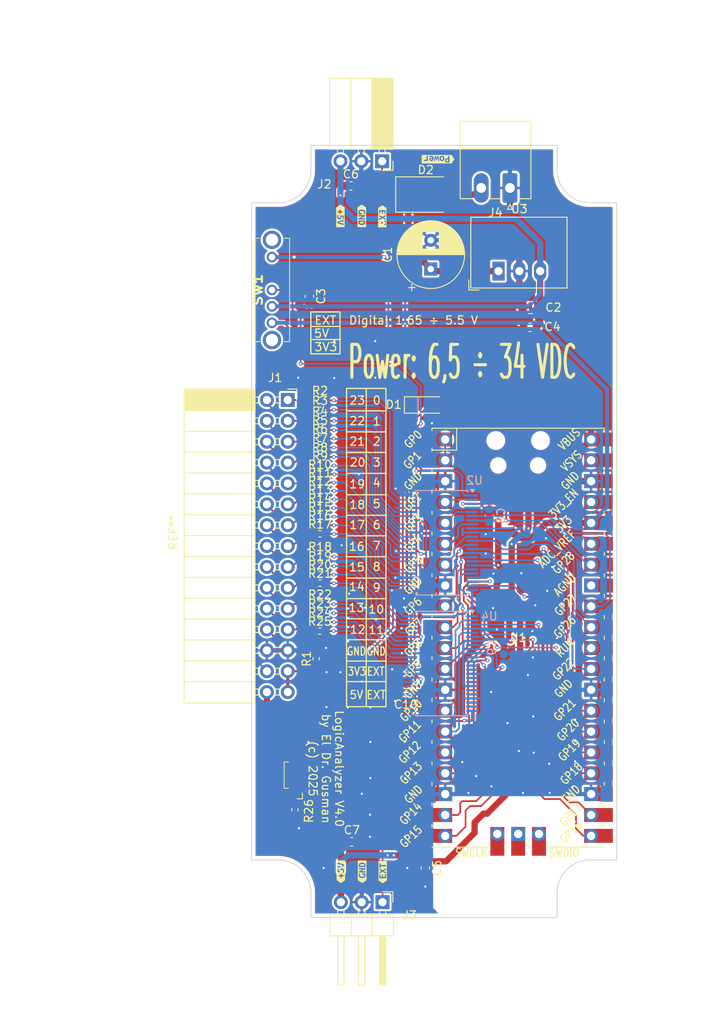
<source format=kicad_pcb>
(kicad_pcb (version 20240108) (generator "pcbnew") (generator_version "8.0")
  (title_block (title "LogicAnalyzer: A 24 channel 100Msps logic analyzer.") (date "2024-12-13") (rev "5.0"))
  (layers (0 "F.Cu" signal) (31 "B.Cu" signal) (34 "B.Paste" user) (35 "F.Paste" user) (36 "B.SilkS" user "B.Silkscreen") (37 "F.SilkS" user "F.Silkscreen") (38 "B.Mask" user) (39 "F.Mask" user) (44 "Edge.Cuts" user))
  (net 0 "")
  (net 1 "/CHAN_0")
  (net 2 "/CHAN_12")
  (net 3 "/CHAN_1")
  (net 4 "/CHAN_13")
  (net 5 "/CHAN_2")
  (net 6 "/CHAN_14")
  (net 7 "/CHAN_3")
  (net 8 "/CHAN_15")
  (net 9 "/CHAN_4")
  (net 10 "/CHAN_16")
  (net 11 "/CHAN_5")
  (net 12 "/CHAN_17")
  (net 13 "/CHAN_6")
  (net 14 "/CHAN_18")
  (net 15 "/CHAN_7")
  (net 16 "/CHAN_19")
  (net 17 "/CHAN_8")
  (net 18 "/CHAN_20")
  (net 19 "/CHAN_9")
  (net 20 "/CHAN_21")
  (net 21 "/CHAN_10")
  (net 22 "/CHAN_22")
  (net 23 "/CHAN_11")
  (net 24 "/CHAN_23")
  (net 25 "GND")
  (net 26 "Net-(D2-K)")
  (net 27 "+5V")
  (net 28 "Level")
  (net 29 "/Power_in")
  (net 30 "/CHAN_14_IN")
  (net 31 "/CHAN_17_IN")
  (net 32 "/CHAN_7_IN")
  (net 33 "/CHAN_5_IN")
  (net 34 "/CHAN_2_IN")
  (net 35 "/EXT_T")
  (net 36 "/CHAN_13_IN")
  (net 37 "/CHAN_21_IN")
  (net 38 "/EXT_CHAIN")
  (net 39 "/CHAN_15_IN")
  (net 40 "/CHAN_16_IN")
  (net 41 "/CHAN_1_IN")
  (net 42 "/CHAN_19_IN")
  (net 43 "/CHAN_23_IN")
  (net 44 "/CHAN_20_IN")
  (net 45 "/CHAN_3_IN")
  (net 46 "/CHAN_8_IN")
  (net 47 "/CHAN_0_IN")
  (net 48 "/CHAN_11_IN")
  (net 49 "/CHAN_18_IN")
  (net 50 "/CHAN_22_IN")
  (net 51 "/CHAN_4_IN")
  (net 52 "/CHAN_6_IN")
  (net 53 "/CHAN_9_IN")
  (net 54 "/CHAN_10_IN")
  (net 55 "/CHAN_12_IN")
  (net 56 "+3V3")
  (net 57 "Net-(U2-1A0)")
  (net 58 "Net-(U2-1A1)")
  (net 59 "Net-(U2-1A2)")
  (net 60 "Net-(U2-1A3)")
  (net 61 "Net-(U2-1A4)")
  (net 62 "Net-(U2-1A5)")
  (net 63 "Net-(U2-1A6)")
  (net 64 "Net-(U2-1A7)")
  (net 65 "Net-(U2-2A0)")
  (net 66 "Net-(U2-2A1)")
  (net 67 "Net-(U2-2A2)")
  (net 68 "Net-(U2-2A3)")
  (net 69 "Net-(U2-2A4)")
  (net 70 "Net-(U2-2A5)")
  (net 71 "Net-(U2-2A6)")
  (net 72 "Net-(U2-2A7)")
  (net 91 "Net-(U4-1A0)")
  (net 92 "Net-(U4-1A1)")
  (net 93 "Net-(U4-1A2)")
  (net 94 "Net-(U4-1A3)")
  (net 95 "Net-(U4-1A4)")
  (net 96 "Net-(U4-1A5)")
  (net 97 "Net-(U4-1A6)")
  (net 98 "Net-(U4-1A7)")
  (net 107 "Net-(D3-A)")
  (footprint "Diode_SMD:D_MiniMELF" (layer "F.Cu") (at 151.95 74.575)
    (property "Reference" "D1")
    (property "Value" "LL4148")
  )
  (footprint "Resistor_SMD:R_0402_1005Metric" (layer "F.Cu") (at 139.11 80.915)
    (property "Reference" "R8")
    (property "Value" "10R")
  )
  (footprint "Resistor_SMD:R_0402_1005Metric" (layer "F.Cu") (at 139.11 75.215)
    (property "Reference" "R3")
    (property "Value" "10R")
  )
  (footprint "Resistor_SMD:R_0402_1005Metric" (layer "F.Cu") (at 139.11 79.765)
    (property "Reference" "R7")
    (property "Value" "10R")
  )
  (footprint "Capacitor_SMD:C_0805_2012Metric" (layer "F.Cu") (at 164.76 62.715 180)
    (property "Reference" "C2")
    (property "Value" "10uF / 6.3V")
  )
  (footprint "Converter_DCDC:Converter_DCDC_RECOM_R-78E-0.5_THT" (layer "F.Cu") (at 160.863 58.2725)
    (property "Reference" "U3")
    (property "Value" "R-78E5.0-1.0")
  )
  (footprint "Resistor_SMD:R_0402_1005Metric" (layer "F.Cu") (at 139.11 93.015)
    (property "Reference" "R18")
    (property "Value" "10R")
  )
  (footprint "Connector_PinSocket_2.54mm:PinSocket_1x03_P2.54mm_Horizontal" (layer "F.Cu") (at 146.685 44.9 -90)
    (property "Reference" "J2")
    (property "Value" "Conn_01x03")
  )
  (footprint "Connector_Phoenix_MC:PhoenixContact_MC_1,5_2-G-3.5_1x02_P3.50mm_Horizontal" (layer "F.Cu") (at 162.255 48.1475 180)
    (property "Reference" "J4")
    (property "Value" "1844210PHOENIX CONTACT")
  )
  (footprint "Capacitor_SMD:C_0603_1608Metric" (layer "F.Cu") (at 151.95 130.95 -90)
    (property "Reference" "C5")
    (property "Value" "100nF")
  )
  (footprint "kibuzzard-679CD548" (layer "F.Cu") (at 146.7 51.6 -90)
    (property "Reference" "kibuzzard-679CD548" (hide yes))
    (property "Value" "G***" (hide yes))
  )
  (footprint "MCU_RaspberryPi_and_Boards:RPi_Pico_SMD_TH" (layer "F.Cu") (at 163.26 102.9)
    (property "Reference" "U1")
    (property "Value" "Pico")
  )
  (footprint "Resistor_SMD:R_0402_1005Metric" (layer "F.Cu") (at 139.11 89.215)
    (property "Reference" "R16")
    (property "Value" "10R")
  )
  (footprint "Resistor_SMD:R_0402_1005Metric" (layer "F.Cu") (at 139.11 84.015)
    (property "Reference" "R11")
    (property "Value" "10R")
  )
  (footprint "Capacitor_SMD:C_0603_1608Metric" (layer "F.Cu") (at 137.81 61.34 -90)
    (property "Reference" "C3")
    (property "Value" "100nF")
  )
  (footprint "kibuzzard-679CD538" (layer "F.Cu") (at 141.6 51.55 -90)
    (property "Reference" "kibuzzard-679CD538" (hide yes))
    (property "Value" "G***" (hide yes))
  )
  (footprint "kibuzzard-679CD548" (layer "F.Cu") (at 146.75 131.45 90)
    (property "Reference" "kibuzzard-679CD548" (hide yes))
    (property "Value" "G***" (hide yes))
  )
  (footprint "Capacitor_SMD:C_0603_1608Metric" (layer "F.Cu") (at 164.71 65.115 180)
    (property "Reference" "C4")
    (property "Value" "100nF")
  )
  (footprint "Resistor_SMD:R_0402_1005Metric" (layer "F.Cu") (at 139.11 95.215)
    (property "Reference" "R20")
    (property "Value" "10R")
  )
  (footprint "Diode_SMD:D_SMB" (layer "F.Cu") (at 152 48.95)
    (property "Reference" "D2")
    (property "Value" "B240")
  )
  (footprint "Capacitor_SMD:C_0603_1608Metric" (layer "F.Cu") (at 149.575 109.6 180)
    (property "Reference" "C10")
    (property "Value" "100nF")
  )
  (footprint "Capacitor_SMD:C_0603_1608Metric" (layer "F.Cu") (at 143 127.75)
    (property "Reference" "C7")
    (property "Value" "100nF")
  )
  (footprint "Resistor_SMD:R_0402_1005Metric" (layer "F.Cu") (at 139.11 78.665)
    (property "Reference" "R6")
    (property "Value" "10R")
  )
  (footprint "Resistor_SMD:R_0402_1005Metric" (layer "F.Cu") (at 139.11 81.965)
    (property "Reference" "R9")
    (property "Value" "10R")
  )
  (footprint "Enclosure:Hammond_1591ATBU" (layer "F.Cu") (at 153.06 89.965 90)
    (property "Reference" "REF**")
    (property "Value" "Hammond_1591ATBU")
    (fp_line (start -40 -22.3) (end 40 -22.3) (stroke (width 0.1)) (layer "Edge.Cuts"))
    (fp_line (start 40 -19.05) (end 40 -22.3) (stroke (width 0.1)) (layer "Edge.Cuts"))
    (fp_line (start -40 -19.05) (end -40 -22.3) (stroke (width 0.1)) (layer "Edge.Cuts"))
    (fp_line (start 44 -15.05) (end 47 -15.05) (stroke (width 0.1)) (layer "Edge.Cuts"))
    (fp_line (start -44 -15.05) (end -47 -15.05) (stroke (width 0.1)) (layer "Edge.Cuts"))
    (fp_line (start -47 -15.05) (end -47 14.95) (stroke (width 0.1)) (layer "Edge.Cuts"))
    (fp_line (start 47 14.95) (end 47 -15.05) (stroke (width 0.1)) (layer "Edge.Cuts"))
    (fp_line (start 44 14.95) (end 47 14.95) (stroke (width 0.1)) (layer "Edge.Cuts"))
    (fp_line (start -44 14.95) (end -47 14.95) (stroke (width 0.1)) (layer "Edge.Cuts"))
    (fp_line (start 40 18.95) (end 40 22.2) (stroke (width 0.1)) (layer "Edge.Cuts"))
    (fp_line (start -40 18.95) (end -40 22.2) (stroke (width 0.1)) (layer "Edge.Cuts"))
    (fp_line (start 40 22.2) (end -40 22.2) (stroke (width 0.1)) (layer "Edge.Cuts"))
    (fp_arc (start -40 -19.05) (mid -41.171573 -16.221573) (end -44 -15.05) (stroke (width 0.1)) (layer "Edge.Cuts"))
    (fp_arc (start 44 -15.05) (mid 41.171544 -16.221544) (end 40 -19.05) (stroke (width 0.1)) (layer "Edge.Cuts"))
    (fp_arc (start -44 14.95) (mid -41.171579 16.121579) (end -40 18.95) (stroke (width 0.1)) (layer "Edge.Cuts"))
    (fp_arc (start 40 18.95) (mid 41.171552 16.121552) (end 44 14.95) (stroke (width 0.1)) (layer "Edge.Cuts"))
  )
  (footprint "Capacitor_SMD:C_0603_1608Metric" (layer "F.Cu") (at 142.875 47.9)
    (property "Reference" "C6")
    (property "Value" "100nF")
  )
  (footprint "Resistor_SMD:R_0402_1005Metric" (layer "F.Cu") (at 139.11 77.615)
    (property "Reference" "R5")
    (property "Value" "10R")
  )
  (footprint "Resistor_SMD:R_0402_1005Metric" (layer "F.Cu") (at 139.11 87.115)
    (property "Reference" "R14")
    (property "Value" "10R")
  )
  (footprint "Resistor_SMD:R_0402_1005Metric" (layer "F.Cu") (at 139.11 83.015)
    (property "Reference" "R10")
    (property "Value" "10R")
  )
  (footprint "Connector_PinHeader_2.54mm:PinHeader_1x03_P2.54mm_Horizontal" (layer "F.Cu") (at 146.735 135.1 -90)
    (property "Reference" "J3")
    (property "Value" "Conn_01x03")
  )
  (footprint "Resistor_SMD:R_0402_1005Metric" (layer "F.Cu") (at 139.1 101)
    (property "Reference" "R24")
    (property "Value" "10R")
  )
  (footprint "kibuzzard-679CD538" (layer "F.Cu") (at 141.65 131.4 90)
    (property "Reference" "kibuzzard-679CD538" (hide yes))
    (property "Value" "G***" (hide yes))
  )
  (footprint "kibuzzard-679CD658" (layer "F.Cu") (at 153.5 44.65 180)
    (property "Reference" "kibuzzard-679CD658" (hide yes))
    (property "Value" "G***" (hide yes))
  )
  (footprint "Resistor_SMD:R_0402_1005Metric" (layer "F.Cu") (at 139.11 96.265)
    (property "Reference" "R21")
    (property "Value" "10R")
  )
  (footprint "Resistor_SMD:R_0402_1005Metric" (layer "F.Cu") (at 139.11 74.015)
    (property "Reference" "R2")
    (property "Value" "10R")
  )
  (footprint "Resistor_SMD:R_0402_1005Metric" (layer "F.Cu") (at 139.1 99.925)
    (property "Reference" "R23")
    (property "Value" "10R")
  )
  (footprint "Resistor_SMD:R_0402_1005Metric" (layer "F.Cu") (at 139.11 94.165)
    (property "Reference" "R19")
    (property "Value" "10R")
  )
  (footprint "Resistor_SMD:R_0402_1005Metric" (layer "F.Cu") (at 138.65 105.465 90)
    (property "Reference" "R1")
    (property "Value" "100k")
  )
  (footprint "Capacitor_THT:CP_Radial_D8.0mm_P3.50mm" (layer "F.Cu") (at 152.61 58.0177 90)
    (property "Reference" "C1")
    (property "Value" "100uF / 50V")
  )
  (footprint "Resistor_SMD:R_0402_1005Metric" (layer "F.Cu") (at 139.11 98.815)
    (property "Reference" "R22")
    (property "Value" "10R")
  )
  (footprint "kibuzzard-679CD50C" (layer "F.Cu") (at 144.25 131.4 90)
    (property "Reference" "kibuzzard-679CD50C" (hide yes))
    (property "Value" "G***" (hide yes))
  )
  (footprint "Resistor_SMD:R_0402_1005Metric" (layer "F.Cu") (at 139.11 85.015)
    (property "Reference" "R12")
    (property "Value" "10R")
  )
  (footprint "kibuzzard-679CD50C" (layer "F.Cu") (at 144.2 51.55 -90)
    (property "Reference" "kibuzzard-679CD50C" (hide yes))
    (property "Value" "G***" (hide yes))
  )
  (footprint "Resistor_SMD:R_0402_1005Metric" (layer "F.Cu") (at 139.11 88.165)
    (property "Reference" "R15")
    (property "Value" "10R")
  )
  (footprint "Resistor_SMD:R_0402_1005Metric" (layer "F.Cu") (at 139.11 76.515)
    (property "Reference" "R4")
    (property "Value" "10R")
  )
  (footprint "Button_Switch_THT:OS103011MA7QP1" (layer "F.Cu") (at 133.26 56.565 -90)
    (property "Reference" "SW1")
    (property "Value" "OS103011MA7QP1" (hide yes))
  )
  (footprint "LED_SMD:LED_OptoSupply_OSXX4008C1F_4x1.4mm_Horizontal" (layer "F.Cu") (at 136.145 119.645 90)
    (property "Reference" "D3" (hide yes))
    (property "Value" "OSM44008C1F")
  )
  (footprint "Connector_PinSocket_2.54mm:PinSocket_2x15_P2.54mm_Horizontal" (layer "F.Cu") (at 135.185 73.965)
    (property "Reference" "J1")
    (property "Value" "Conn_02x15_Odd_Even")
  )
  (footprint "Resistor_SMD:R_0402_1005Metric" (layer "F.Cu") (at 139.11 90.265)
    (property "Reference" "R17")
    (property "Value" "10R")
  )
  (footprint "Resistor_SMD:R_0402_1005Metric" (layer "F.Cu") (at 139.09 102.1)
    (property "Reference" "R25")
    (property "Value" "10R")
  )
  (footprint "Resistor_SMD:R_0402_1005Metric" (layer "F.Cu") (at 139.11 86.065)
    (property "Reference" "R13")
    (property "Value" "10R")
  )
  (footprint "Resistor_SMD:R_0402_1005Metric" (layer "F.Cu") (at 136.05 123.85 -90)
    (property "Reference" "R26")
    (property "Value" "1k")
  )
  (footprint "Package_SO:TSSOP-48_6.1x12.5mm_P0.5mm" (layer "B.Cu") (at 153.95 91.35 180)
    (property "Reference" "U2")
    (property "Value" "SN74LVCH16T245")
  )
  (footprint "Capacitor_SMD:C_0603_1608Metric" (layer "B.Cu") (at 161.5 104.1 -90)
    (property "Reference" "C9")
    (property "Value" "100nF")
  )
  (footprint "Package_SO:TSSOP-48_6.1x12.5mm_P0.5mm" (layer "B.Cu") (at 153.95 106.05 180)
    (property "Reference" "U4")
    (property "Value" "SN74LVCH16T245")
  )
  (footprint "Capacitor_SMD:C_0603_1608Metric" (layer "B.Cu") (at 159.75 88.05 90)
    (property "Reference" "C8")
    (property "Value" "100nF")
  )
  (gr_line (start 142.425 85.5) (end 147.175 85.5) (stroke (width 0.15)) (layer "F.SilkS"))
  (gr_line (start 147.15 75.3) (end 142.35 75.3) (stroke (width 0.15)) (layer "F.SilkS"))
  (gr_line (start 147.125 77.85) (end 142.375 77.85) (stroke (width 0.15)) (layer "F.SilkS"))
  (gr_line (start 142.375 98.15) (end 147.175 98.15) (stroke (width 0.15)) (layer "F.SilkS"))
  (gr_line (start 142.35 103.15) (end 147.15 103.15) (stroke (width 0.15)) (layer "F.SilkS"))
  (gr_line (start 142.375 95.65) (end 147.125 95.65) (stroke (width 0.15)) (layer "F.SilkS"))
  (gr_line (start 138 65) (end 141.5 65) (stroke (width 0.15)) (layer "F.SilkS"))
  (gr_line (start 142.4 100.6) (end 147.15 100.6) (stroke (width 0.15)) (layer "F.SilkS"))
  (gr_line (start 144.75 72.55) (end 144.75 111.3) (stroke (width 0.15)) (layer "F.SilkS"))
  (gr_rect (start 142.35 72.55) (end 147.15 111.3) (stroke (width 0.15)) (fill none) (layer "F.SilkS"))
  (gr_line (start 142.425 88) (end 147.225 88) (stroke (width 0.15)) (layer "F.SilkS"))
  (gr_line (start 142.4 105.75) (end 147.15 105.75) (stroke (width 0.15)) (layer "F.SilkS"))
  (gr_line (start 142.375 82.9) (end 147.175 82.9) (stroke (width 0.15)) (layer "F.SilkS"))
  (gr_rect (start 138 63.25) (end 141.55 68.35) (stroke (width 0.15)) (fill none) (layer "F.SilkS"))
  (gr_line (start 142.375 90.5) (end 147.125 90.5) (stroke (width 0.15)) (layer "F.SilkS"))
  (gr_line (start 142.35 108.25) (end 147.15 108.25) (stroke (width 0.15)) (layer "F.SilkS"))
  (gr_line (start 142.325 93.05) (end 147.125 93.05) (stroke (width 0.15)) (layer "F.SilkS"))
  (gr_line (start 138 66.6) (end 141.6 66.6) (stroke (width 0.15)) (layer "F.SilkS"))
  (gr_line (start 142.425 80.35) (end 147.175 80.35) (stroke (width 0.15)) (layer "F.SilkS"))
  (gr_text "3" (at 145.45 82.15 0) (layer "F.SilkS") (effects (font (size 1 1)) (justify left bottom)))
  (gr_text "3V3" (at 138.35 68.1 0) (layer "F.SilkS") (effects (font (size 1 1)) (justify left bottom)))
  (gr_text "7" (at 145.45 92.3 0) (layer "F.SilkS") (effects (font (size 1 1)) (justify left bottom)))
  (gr_text "22" (at 142.6 77.1 0) (layer "F.SilkS") (effects (font (size 1 1)) (justify left bottom)))
  (gr_text "21" (at 142.6 79.6 0) (layer "F.SilkS") (effects (font (size 1 1)) (justify left bottom)))
  (gr_text "11\n" (at 144.922885 102.55 0) (layer "F.SilkS") (effects (font (size 1 1)) (justify left bottom)))
  (gr_text "18" (at 142.6 87.3 0) (layer "F.SilkS") (effects (font (size 1 1)) (justify left bottom)))
  (gr_text "8" (at 145.45 94.85 0) (layer "F.SilkS") (effects (font (size 1 1)) (justify left bottom)))
  (gr_text "6" (at 145.45 89.75 0) (layer "F.SilkS") (effects (font (size 1 1)) (justify left bottom)))
  (gr_text "23" (at 142.6 74.6 0) (layer "F.SilkS") (effects (font (size 1 1)) (justify left bottom)))
  (gr_text "10" (at 144.922885 100.05 0) (layer "F.SilkS") (effects (font (size 1 1)) (justify left bottom)))
  (gr_text "3V3" (at 142.4 107.6 0) (layer "F.SilkS") (effects (font (size 1 0.8128)) (justify left bottom)))
  (gr_text "EXT" (at 144.7 110.45 0) (layer "F.SilkS") (effects (font (size 1 0.889)) (justify left bottom)))
  (gr_text "17" (at 142.6 89.75 0) (layer "F.SilkS") (effects (font (size 1 1)) (justify left bottom)))
  (gr_text "14" (at 142.55 97.3 0) (layer "F.SilkS") (effects (font (size 1 1)) (justify left bottom)))
  (gr_text "Power: 6,5 ÷ 34 VDC" (at 142.35 71.7 0) (layer "F.SilkS") (effects (font (size 4 1.7) (thickness 0.375) (bold yes)) (justify left bottom)))
  (gr_text "LogicAnalyzer V4.0\nby El Dr. Gusman\n(c) 2025" (at 139.85 118.85 270) (layer "F.SilkS") (effects (font (size 1 1))))
  (gr_text "5V" (at 142.65 110.45 0) (layer "F.SilkS") (effects (font (size 1 0.889)) (justify left bottom)))
  (gr_text "5" (at 145.45 87.2 0) (layer "F.SilkS") (effects (font (size 1 1)) (justify left bottom)))
  (gr_text "EXT" (at 138.35 64.85 0) (layer "F.SilkS") (effects (font (size 1 1)) (justify left bottom)))
  (gr_text "19" (at 142.6 84.8 0) (layer "F.SilkS") (effects (font (size 1 1)) (justify left bottom)))
  (gr_text "EXT" (at 144.75 107.6 0) (layer "F.SilkS") (effects (font (size 1 0.8128)) (justify left bottom)))
  (gr_text "GND" (at 142.3 105.15 0) (layer "F.SilkS") (effects (font (size 1 0.762)) (justify left bottom)))
  (gr_text "Digital 1.65 ÷ 5.5 V" (at 142.55 64.85 0) (layer "F.SilkS") (effects (font (size 1 1)) (justify left bottom)))
  (gr_text "2" (at 145.45 79.6 0) (layer "F.SilkS") (effects (font (size 1 1)) (justify left bottom)))
  (gr_text "12" (at 142.65 102.5 0) (layer "F.SilkS") (effects (font (size 1 1)) (justify left bottom)))
  (gr_text "16" (at 142.55 92.4 0) (layer "F.SilkS") (effects (font (size 1 1)) (justify left bottom)))
  (gr_text "0" (at 145.45 74.6 0) (layer "F.SilkS") (effects (font (size 1 1)) (justify left bottom)))
  (gr_text "5V\n" (at 138.3 66.45 0) (layer "F.SilkS") (effects (font (size 1 1)) (justify left bottom)))
  (gr_text "20" (at 142.65 82.15 0) (layer "F.SilkS") (effects (font (size 1 1)) (justify left bottom)))
  (gr_text "9" (at 145.45 97.4 0) (layer "F.SilkS") (effects (font (size 1 1)) (justify left bottom)))
  (gr_text "15" (at 142.55 94.9 0) (layer "F.SilkS") (effects (font (size 1 1)) (justify left bottom)))
  (gr_text "13" (at 142.5 99.85 0) (layer "F.SilkS") (effects (font (size 1 1)) (justify left bottom)))
  (gr_text "4" (at 145.45 84.65 0) (layer "F.SilkS") (effects (font (size 1 1)) (justify left bottom)))
  (gr_text "1" (at 145.45 77.15 0) (layer "F.SilkS") (effects (font (size 1 1)) (justify left bottom)))
  (gr_text "GND" (at 144.7 105.15 0) (layer "F.SilkS") (effects (font (size 1 0.762)) (justify left bottom)))
  (segment (start 154.37 86.39) (end 154.923 86.39) (width 0.2032) (layer "B.Cu") (net 1))
  (segment (start 154.923 86.39) (end 155.213 86.1) (width 0.2032) (layer "B.Cu") (net 1))
  (segment (start 157.662 86.1) (end 157.6625 86.1) (width 0.2032) (layer "B.Cu") (net 1))
  (segment (start 155.213 86.1) (end 157.662 86.1) (width 0.2032) (layer "B.Cu") (net 1))
  (segment (start 159.2 106.386573) (end 159.2 121.75) (width 0.2032) (layer "F.Cu") (net 2))
  (segment (start 159.057179 106.243752) (end 159.2 106.386573) (width 0.2032) (layer "F.Cu") (net 2))
  (segment (start 156.45 122.8) (end 156.2 123.05) (width 0.2032) (layer "F.Cu") (net 2))
  (segment (start 156.2 123.05) (end 156.2 124.2) (width 0.2032) (layer "F.Cu") (net 2))
  (segment (start 158.15 122.8) (end 156.45 122.8) (width 0.2032) (layer "F.Cu") (net 2))
  (segment (start 159.2 121.75) (end 158.15 122.8) (width 0.2032) (layer "F.Cu") (net 2))
  (segment (start 155.91 124.49) (end 154.37 124.49) (width 0.2032) (layer "F.Cu") (net 2))
  (segment (start 156.2 124.2) (end 155.91 124.49) (width 0.2032) (layer "F.Cu") (net 2))
  (via (at 159.057179 106.243752) (size 0.4572) (drill 0.254) (layers "F.Cu" "B.Cu") (net 2))
  (segment (start 157.6625 105.8) (end 158.613427 105.8) (width 0.2032) (layer "B.Cu") (net 2))
  (segment (start 158.613427 105.8) (end 159.057179 106.243752) (width 0.2032) (layer "B.Cu") (net 2))
  (segment (start 154.37 88.93) (end 155.7 87.6) (width 0.2032) (layer "B.Cu") (net 3))
  (segment (start 155.7 87.6) (end 157.6625 87.6) (width 0.2032) (layer "B.Cu") (net 3))
  (segment (start 161.35 106.5) (end 160.8 107.05) (width 0.2032) (layer "F.Cu") (net 4))
  (segment (start 157.4 123.4) (end 156.85 123.95) (width 0.2032) (layer "F.Cu") (net 4))
  (segment (start 158.75 123.4) (end 157.4 123.4) (width 0.2032) (layer "F.Cu") (net 4))
  (segment (start 155.72 127.03) (end 154.37 127.03) (width 0.2032) (layer "F.Cu") (net 4))
  (segment (start 156.85 125.9) (end 155.72 127.03) (width 0.2032) (layer "F.Cu") (net 4))
  (segment (start 160.8 107.05) (end 160.8 121.35) (width 0.2032) (layer "F.Cu") (net 4))
  (segment (start 156.85 123.95) (end 156.85 125.9) (width 0.2032) (layer "F.Cu") (net 4))
  (segment (start 160.8 121.35) (end 158.75 123.4) (width 0.2032) (layer "F.Cu") (net 4))
  (via (at 161.35 106.5) (size 0.4572) (drill 0.254) (layers "F.Cu" "B.Cu") (net 4))
  (segment (start 159.9 104.3) (end 157.6625 104.3) (width 0.2032) (layer "B.Cu") (net 4))
  (segment (start 161.35 106.5) (end 160.8 106.5) (width 0.2032) (layer "B.Cu") (net 4))
  (segment (start 160.65 106.35) (end 160.65 105.05) (width 0.2032) (layer "B.Cu") (net 4))
  (segment (start 160.8 106.5) (end 160.65 106.35) (width 0.2032) (layer "B.Cu") (net 4))
  (segment (start 160.65 105.05) (end 159.9 104.3) (width 0.2032) (layer "B.Cu") (net 4))
  (segment (start 155.03 91.47) (end 154.37 91.47) (width 0.254) (layer "B.Cu") (net 5))
  (segment (start 155.925 89.525) (end 155.925 90.575) (width 0.254) (layer "B.Cu") (net 5))
  (segment (start 156.35 89.1) (end 155.925 89.525) (width 0.254) (layer "B.Cu") (net 5))
  (segment (start 155.925 90.575) (end 155.03 91.47) (width 0.254) (layer "B.Cu") (net 5))
  (segment (start 157.6625 89.1) (end 157.5 89.1) (width 0.254) (layer "B.Cu") (net 5))
  (segment (start 157.5 89.1) (end 156.35 89.1) (width 0.254) (layer "B.Cu") (net 5))
  (segment (start 171.2 127.03) (end 172.15 127.03) (width 0.2032) (layer "F.Cu") (net 6))
  (segment (start 170.3 124.5) (end 170.3 126.13) (width 0.2032) (layer "F.Cu") (net 6))
  (segment (start 165.05 103.15) (end 165.05 103.954302) (width 0.2032) (layer "F.Cu") (net 6))
  (segment (start 168.341041 122.541041) (end 170.3 124.5) (width 0.2032) (layer "F.Cu") (net 6))
  (segment (start 165.15 108.15) (end 164.437169 108.862831) (width 0.2032) (layer "F.Cu") (net 6))
  (segment (start 170.3 126.13) (end 171.2 127.03) (width 0.2032) (layer "F.Cu") (net 6))
  (segment (start 165.15 106.7) (end 165.15 108.15) (width 0.2032) (layer "F.Cu") (net 6))
  (segment (start 165.05 103.954302) (end 164.304302 104.7) (width 0.2032) (layer "F.Cu") (net 6))
  (segment (start 164.304302 104.7) (end 164.304302 105.854302) (width 0.2032) (layer "F.Cu") (net 6))
  (segment (start 164.437169 108.862831) (end 164.437169 120.51925) (width 0.2032) (layer "F.Cu") (net 6))
  (segment (start 164.304302 105.854302) (end 165.15 106.7) (width 0.2032) (layer "F.Cu") (net 6))
  (segment (start 166.458959 122.541041) (end 168.341041 122.541041) (width 0.2032) (layer "F.Cu") (net 6))
  (segment (start 164.437169 120.51925) (end 166.458959 122.541041) (width 0.2032) (layer "F.Cu") (net 6))
  (via (at 165.05 103.15) (size 0.4572) (drill 0.254) (layers "F.Cu" "B.Cu") (net 6))
  (segment (start 163.05 103.15) (end 162.4 102.5) (width 0.2032) (layer "B.Cu") (net 6))
  (segment (start 158.85 102.8) (end 157.6625 102.8) (width 0.2032) (layer "B.Cu") (net 6))
  (segment (start 162.4 102.5) (end 159.15 102.5) (width 0.2032) (layer "B.Cu") (net 6))
  (segment (start 159.15 102.5) (end 158.85 102.8) (width 0.2032) (layer "B.Cu") (net 6))
  (segment (start 165.05 103.15) (end 163.05 103.15) (width 0.2032) (layer "B.Cu") (net 6))
  (segment (start 155.586087 91.936087) (end 155.461095 92.061095) (width 0.2032) (layer "B.Cu") (net 7))
  (segment (start 155.461095 92.061095) (end 155.461095 92.918905) (width 0.2032) (layer "B.Cu") (net 7))
  (segment (start 156.922 90.6) (end 155.586087 91.936087) (width 0.2032) (layer "B.Cu") (net 7))
  (segment (start 157.6625 90.6) (end 156.922 90.6) (width 0.2032) (layer "B.Cu") (net 7))
  (segment (start 155.586087 91.936087) (end 155.586087 91.936097) (width 0.2032) (layer "B.Cu") (net 7))
  (segment (start 155.461095 92.918905) (end 154.37 94.01) (width 0.2032) (layer "B.Cu") (net 7))
  (segment (start 165.75 119.195292) (end 169.504708 122.95) (width 0.2032) (layer "F.Cu") (net 8))
  (segment (start 170.61 122.95) (end 172.15 124.49) (width 0.2032) (layer "F.Cu") (net 8))
  (segment (start 169.504708 122.95) (end 170.61 122.95) (width 0.2032) (layer "F.Cu") (net 8))
  (segment (start 165.75 101.3) (end 165.75 119.195292) (width 0.2032) (layer "F.Cu") (net 8))
  (via (at 165.75 101.3) (size 0.4572) (drill 0.254) (layers "F.Cu" "B.Cu") (net 8))
  (segment (start 157.6625 101.3) (end 165.75 101.3) (width 0.2032) (layer "B.Cu") (net 8))
  (segment (start 155.7396 97.7204) (end 155.7396 92.7104) (width 0.2032) (layer "F.Cu") (net 9))
  (segment (start 154.37 99.09) (end 155.7396 97.7204) (width 0.2032) (layer "F.Cu") (net 9))
  (segment (start 155.7396 92.7104) (end 156.05 92.4) (width 0.2032) (layer "F.Cu") (net 9))
  (via (at 156.05 92.4) (size 0.4572) (drill 0.254) (layers "F.Cu" "B.Cu") (net 9))
  (segment (start 157.662 91.6) (end 157.6625 91.6) (width 0.2032) (layer "B.Cu") (net 9))
  (segment (start 157.6625 91.6) (end 156.75 91.6) (width 0.2032) (layer "B.Cu") (net 9))
  (segment (start 156.75 91.6) (end 156.05 92.3) (width 0.2032) (layer "B.Cu") (net 9))
  (segment (start 156.05 92.3) (end 156.05 92.4) (width 0.2032) (layer "B.Cu") (net 9))
  (segment (start 157.662 91.6) (end 156.82 91.6) (width 0.2032) (layer "B.Cu") (net 9))
  (segment (start 172.15 119.41) (end 170.36 119.41) (width 0.2032) (layer "F.Cu") (net 10))
  (segment (start 166.804342 98.854342) (end 165.877171 97.927171) (width 0.2032) (layer "F.Cu") (net 10))
  (segment (start 165.877171 97.927171) (end 164.048487 97.927171) (width 0.2032) (layer "F.Cu") (net 10))
  (segment (start 170.36 119.41) (end 166.804342 115.854342) (width 0.2032) (layer "F.Cu") (net 10))
  (segment (start 166.804342 115.854342) (end 166.804342 98.854342) (width 0.2032) (layer "F.Cu") (net 10))
  (via (at 164.048487 97.927171) (size 0.4572) (drill 0.254) (layers "F.Cu" "B.Cu") (net 10))
  (segment (start 162.721316 96.6) (end 164.048487 97.927171) (width 0.2032) (layer "B.Cu") (net 10))
  (segment (start 157.6625 96.6) (end 162.721316 96.6) (width 0.2032) (layer "B.Cu") (net 10))
  (segment (start 155.879 99.25) (end 155.879 101.05) (width 0.2032) (layer "F.Cu") (net 11))
  (segment (start 155.299 101.63) (end 154.37 101.63) (width 0.2032) (layer "F.Cu") (net 11))
  (segment (start 156.15 98.85) (end 155.879 99.25) (width 0.2032) (layer "F.Cu") (net 11))
  (segment (start 156.1 96.4472) (end 156.15 98.85) (width 0.2032) (layer "F.Cu") (net 11))
  (segment (start 156.2972 96.25) (end 156.1 96.4472) (width 0.2032) (layer "F.Cu") (net 11))
  (segment (start 156.3 93.7) (end 156.2972 93.7028) (width 0.2032) (layer "F.Cu") (net 11))
  (segment (start 156.2972 93.7028) (end 156.2972 96.25) (width 0.2032) (layer "F.Cu") (net 11))
  (segment (start 155.879 101.05) (end 155.299 101.63) (width 0.2032) (layer "F.Cu") (net 11))
  (via (at 156.3 93.7) (size 0.4572) (drill 0.254) (layers "F.Cu" "B.Cu") (net 11))
  (segment (start 157.6625 93.1) (end 156.436 93.1) (width 0.2032) (layer "B.Cu") (net 11))
  (segment (start 156.3 93.236) (end 156.3 93.7) (width 0.2032) (layer "B.Cu") (net 11))
  (segment (start 156.436 93.1) (end 156.3 93.236) (width 0.2032) (layer "B.Cu") (net 11))
  (segment (start 159.15 99.7258) (end 157.11 97.6858) (width 0.2032) (layer "F.Cu") (net 12))
  (segment (start 160.7 103.85) (end 159.15 102.3) (width 0.2032) (layer "F.Cu") (net 12))
  (segment (start 158.46207 99.03793) (end 157.11 97.6858) (width 0.2032) (layer "F.Cu") (net 12))
  (segment (start 169.92 116.87) (end 172.15 116.87) (width 0.2032) (layer "F.Cu") (net 12))
  (segment (start 167.9 114.85) (end 169.92 116.87) (width 0.2032) (layer "F.Cu") (net 12))
  (segment (start 158.46207 99.03793) (end 158.46207 99.06207) (width 0.2032) (layer "F.Cu") (net 12))
  (segment (start 160.7 104.1) (end 160.7 103.85) (width 0.2032) (layer "F.Cu") (net 12))
  (segment (start 167.9 104.1) (end 167.9 114.85) (width 0.2032) (layer "F.Cu") (net 12))
  (segment (start 159.15 102.3) (end 159.15 99.7258) (width 0.2032) (layer "F.Cu") (net 12))
  (via (at 160.7 104.1) (size 0.4572) (drill 0.254) (layers "F.Cu" "B.Cu") (net 12))
  (via (at 167.9 104.1) (size 0.4572) (drill 0.254) (layers "F.Cu" "B.Cu") (net 12))
  (via (at 157.11 97.6858) (size 0.4572) (drill 0.254) (layers "F.Cu" "B.Cu") (net 12))
  (segment (start 156.21 96.919672) (end 156.21 95.504) (width 0.2032) (layer "B.Cu") (net 12))
  (segment (start 157.11 97.6858) (end 156.976128 97.6858) (width 0.2032) (layer "B.Cu") (net 12))
  (segment (start 156.614 95.1) (end 156.21 95.504) (width 0.2032) (layer "B.Cu") (net 12))
  (segment (start 160.7 104.1) (end 167.9 104.1) (width 0.2032) (layer "B.Cu") (net 12))
  (segment (start 157.6625 95.1) (end 156.614 95.1) (width 0.2032) (layer "B.Cu") (net 12))
  (segment (start 156.976128 97.6858) (end 156.21 96.919672) (width 0.2032) (layer "B.Cu") (net 12))
  (segment (start 156.5 99.35) (end 156.5 103.4) (width 0.2032) (layer "F.Cu") (net 13))
  (segment (start 155.73 104.17) (end 154.37 104.17) (width 0.2032) (layer "F.Cu") (net 13))
  (segment (start 156.5 103.4) (end 155.73 104.17) (width 0.2032) (layer "F.Cu") (net 13))
  (via (at 156.5 99.35) (size 0.4572) (drill 0.254) (layers "F.Cu" "B.Cu") (net 13))
  (segment (start 156.139027 94.6) (end 157.6625 94.6) (width 0.2032) (layer "B.Cu") (net 13))
  (segment (start 156.5 99.35) (end 156.5 98.9) (width 0.2032) (layer "B.Cu") (net 13))
  (segment (start 156.5 98.9) (end 155.8798 98.2798) (width 0.2032) (layer "B.Cu") (net 13))
  (segment (start 155.8798 98.2798) (end 155.8798 94.859227) (width 0.2032) (layer "B.Cu") (net 13))
  (segment (start 155.8798 94.859227) (end 156.139027 94.6) (width 0.2032) (layer "B.Cu") (net 13))
  (segment (start 167.95 101.35) (end 167.95 95.814) (width 0.2032) (layer "F.Cu") (net 14))
  (segment (start 172.15 114.33) (end 170.08 114.33) (width 0.2032) (layer "F.Cu") (net 14))
  (segment (start 169.15 113.4) (end 169.15 102.55) (width 0.2032) (layer "F.Cu") (net 14))
  (segment (start 169.15 102.55) (end 167.95 101.35) (width 0.2032) (layer "F.Cu") (net 14))
  (segment (start 170.08 114.33) (end 169.15 113.4) (width 0.2032) (layer "F.Cu") (net 14))
  (segment (start 167.95 95.814) (end 165.608 93.472) (width 0.2032) (layer "F.Cu") (net 14))
  (via (at 165.608 93.472) (size 0.4572) (drill 0.254) (layers "F.Cu" "B.Cu") (net 14))
  (segment (start 160.681358 93.472) (end 165.608 93.472) (width 0.2032) (layer "B.Cu") (net 14))
  (segment (start 157.6895 93.5728) (end 157.662 93.6) (width 0.2032) (layer "B.Cu") (net 14))
  (segment (start 160.553358 93.6) (end 160.681358 93.472) (width 0.2032) (layer "B.Cu") (net 14))
  (segment (start 157.6625 93.5998) (end 157.6625 93.6) (width 0.2032) (layer "B.Cu") (net 14))
  (segment (start 157.6895 93.5728) (end 157.6625 93.5998) (width 0.2032) (layer "B.Cu") (net 14))
  (segment (start 157.6625 93.6) (end 160.553358 93.6) (width 0.2032) (layer "B.Cu") (net 14))
  (segment (start 156.6274 96.822319) (end 157.408441 96.041278) (width 0.2032) (layer "F.Cu") (net 15))
  (segment (start 156.6274 98.4274) (end 156.6274 96.822319) (width 0.2032) (layer "F.Cu") (net 15))
  (segment (start 154.37 106.71) (end 157.15 103.93) (width 0.2032) (layer "F.Cu") (net 15))
  (segment (start 157.15 103.93) (end 157.15 98.95) (width 0.2032) (layer "F.Cu") (net 15))
  (segment (start 157.15 98.95) (end 156.6274 98.4274) (width 0.2032) (layer "F.Cu") (net 15))
  (segment (start 157.408441 96.041278) (end 159.828802 96.041278) (width 0.2032) (layer "F.Cu") (net 15))
  (via (at 159.828802 96.041278) (size 0.4572) (drill 0.254) (layers "F.Cu" "B.Cu") (net 15))
  (segment (start 157.6625 96.1001) (end 157.6625 96.1) (width 0.2032) (layer "B.Cu") (net 15))
  (segment (start 157.7005 96.1381) (end 157.6625 96.1001) (width 0.2032) (layer "B.Cu") (net 15))
  (segment (start 157.662 96.1) (end 157.7005 96.1381) (width 0.2032) (layer "B.Cu") (net 15))
  (segment (start 157.6625 96.1) (end 159.77008 96.1) (width 0.2032) (layer "B.Cu") (net 15))
  (segment (start 159.77008 96.1) (end 159.828802 96.041278) (width 0.2032) (layer "B.Cu") (net 15))
  (segment (start 166.37 92.202) (end 166.37 92.1) (width 0.2032) (layer "F.Cu") (net 16))
  (segment (start 170.69 111.79) (end 169.9 111) (width 0.2032) (layer "F.Cu") (net 16))
  (segment (start 169.9 111) (end 169.9 95.732) (width 0.2032) (layer "F.Cu") (net 16))
  (segment (start 172.15 111.79) (end 170.69 111.79) (width 0.2032) (layer "F.Cu") (net 16))
  (segment (start 169.9 95.732) (end 166.37 92.202) (width 0.2032) (layer "F.Cu") (net 16))
  (via (at 166.37 92.1) (size 0.4572) (drill 0.254) (layers "F.Cu" "B.Cu") (net 16))
  (segment (start 159.8 92.1) (end 157.6625 92.1) (width 0.2032) (layer "B.Cu") (net 16))
  (segment (start 160.4 92.7) (end 159.8 92.1) (width 0.2032) (layer "B.Cu") (net 16))
  (segment (start 166.37 92.1) (end 165.77 92.7) (width 0.2032) (layer "B.Cu") (net 16))
  (segment (start 165.77 92.7) (end 160.4 92.7) (width 0.2032) (layer "B.Cu") (net 16))
  (segment (start 155.628 110.532) (end 154.37 111.79) (width 0.2032) (layer "B.Cu") (net 17))
  (segment (start 156.5 100.8) (end 156.133 101.167) (width 0.2032) (layer "B.Cu") (net 17))
  (segment (start 155.628 102.038) (end 155.628 110.532) (width 0.2032) (layer "B.Cu") (net 17))
  (segment (start 156.133 101.167) (end 156.133 101.533) (width 0.2032) (layer "B.Cu") (net 17))
  (segment (start 156.133 101.533) (end 155.628 102.038) (width 0.2032) (layer "B.Cu") (net 17))
  (segment (start 157.6625 100.8) (end 156.5 100.8) (width 0.2032) (layer "B.Cu") (net 17))
  (segment (start 169.85 106.35) (end 169.85 103.533) (width 0.2032) (layer "B.Cu") (net 18))
  (segment (start 160.35 91.1) (end 157.6625 91.1) (width 0.2032) (layer "B.Cu") (net 18))
  (segment (start 169.3 102.983) (end 169.3 93.9) (width 0.2032) (layer "B.Cu") (net 18))
  (segment (start 169.85 103.533) (end 169.3 102.983) (width 0.2032) (layer "B.Cu") (net 18))
  (segment (start 165.2 91.55) (end 164.6 92.15) (width 0.2032) (layer "B.Cu") (net 18))
  (segment (start 172.15 106.71) (end 170.21 106.71) (width 0.2032) (layer "B.Cu") (net 18))
  (segment (start 170.21 106.71) (end 169.85 106.35) (width 0.2032) (layer "B.Cu") (net 18))
  (segment (start 166.95 91.55) (end 165.2 91.55) (width 0.2032) (layer "B.Cu") (net 18))
  (segment (start 164.6 92.15) (end 161.4 92.15) (width 0.2032) (layer "B.Cu") (net 18))
  (segment (start 169.3 93.9) (end 166.95 91.55) (width 0.2032) (layer "B.Cu") (net 18))
  (segment (start 161.4 92.15) (end 160.35 91.1) (width 0.2032) (layer "B.Cu") (net 18))
  (segment (start 155.67 114.33) (end 154.37 114.33) (width 0.2032) (layer "B.Cu") (net 19))
  (segment (start 156.05 102.7) (end 156.05 113.95) (width 0.2032) (layer "B.Cu") (net 19))
  (segment (start 156.05 113.95) (end 155.67 114.33) (width 0.2032) (layer "B.Cu") (net 19))
  (segment (start 156.45 102.3) (end 157.6625 102.3) (width 0.2032) (layer "B.Cu") (net 19))
  (segment (start 156.45 102.3) (end 156.05 102.7) (width 0.2032) (layer "B.Cu") (net 19))
  (segment (start 170.025 99.505) (end 170.025 92.925) (width 0.2032) (layer "B.Cu") (net 20))
  (segment (start 163.141182 89.008818) (end 162.55 89.6) (width 0.2032) (layer "B.Cu") (net 20))
  (segment (start 172.15 101.63) (end 170.025 99.505) (width 0.2032) (layer "B.Cu") (net 20))
  (segment (start 170.025 92.925) (end 166.108818 89.008818) (width 0.2032) (layer "B.Cu") (net 20))
  (segment (start 162.55 89.6) (end 157.6625 89.6) (width 0.2032) (layer "B.Cu") (net 20))
  (segment (start 166.108818 89.008818) (end 163.141182 89.008818) (width 0.2032) (layer "B.Cu") (net 20))
  (segment (start 157.2842 112.3842) (end 157.15 112.25) (width 0.2032) (layer "F.Cu") (net 21))
  (segment (start 157.15 112.25) (end 157.15 106.05) (width 0.2032) (layer "F.Cu") (net 21))
  (segment (start 157.15 106.05) (end 159.4 103.8) (width 0.2032) (layer "F.Cu") (net 21))
  (segment (start 157.2842 113.9558) (end 157.2842 112.3842) (width 0.2032) (layer "F.Cu") (net 21))
  (segment (start 154.37 116.87) (end 157.2842 113.9558) (width 0.2032) (layer "F.Cu") (net 21))
  (via (at 159.4 103.8) (size 0.4572) (drill 0.254) (layers "F.Cu" "B.Cu") (net 21))
  (segment (start 157.6625 103.8) (end 159.4 103.8) (width 0.2032) (layer "B.Cu") (net 21))
  (segment (start 157.6625 88.1) (end 161.191 88.1) (width 0.2032) (layer "B.Cu") (net 22))
  (segment (start 161.191 88.1) (end 161.305 87.9862) (width 0.2032) (layer "B.Cu") (net 22))
  (segment (start 172.15 99.09) (end 173.56 99.09) (width 0.2032) (layer "B.Cu") (net 22))
  (segment (start 173.56 99.09) (end 174.45 98.2) (width 0.2032) (layer "B.Cu") (net 22))
  (segment (start 173.8 90.2) (end 174.45 90.85) (width 0.2032) (layer "B.Cu") (net 22))
  (segment (start 174.45 90.85) (end 174.45 98.2) (width 0.2032) (layer "B.Cu") (net 22))
  (segment (start 169.95 90.2) (end 173.8 90.2) (width 0.2032) (layer "B.Cu") (net 22))
  (segment (start 161.305 87.9862) (end 167.7362 87.9862) (width 0.2032) (layer "B.Cu") (net 22))
  (segment (start 167.7362 87.9862) (end 169.95 90.2) (width 0.2032) (layer "B.Cu") (net 22))
  (segment (start 156.79 119.41) (end 157.85 118.35) (width 0.2032) (layer "F.Cu") (net 23))
  (segment (start 154.37 119.41) (end 156.79 119.41) (width 0.2032) (layer "F.Cu") (net 23))
  (segment (start 157.85 105.997558) (end 158.188006 105.659552) (width 0.2032) (layer "F.Cu") (net 23))
  (segment (start 157.85 118.35) (end 157.85 105.997558) (width 0.2032) (layer "F.Cu") (net 23))
  (segment (start 158.188006 105.659552) (end 159.5404 105.659552) (width 0.2032) (layer "F.Cu") (net 23))
  (via (at 159.5404 105.659552) (size 0.4572) (drill 0.254) (layers "F.Cu" "B.Cu") (net 23))
  (segment (start 157.6625 105.3) (end 159.180848 105.3) (width 0.2032) (layer "B.Cu") (net 23))
  (segment (start 159.180848 105.3) (end 159.5404 105.659552) (width 0.2032) (layer "B.Cu") (net 23))
  (segment (start 156.518 86.6) (end 160.95 86.6) (width 0.2032) (layer "F.Cu") (net 24))
  (segment (start 161.8 87.45) (end 161.8 88.65) (width 0.2032) (layer "F.Cu") (net 24))
  (segment (start 160.95 86.6) (end 161.8 87.45) (width 0.2032) (layer "F.Cu") (net 24))
  (via (at 156.518 86.6) (size 0.4572) (drill 0.254) (layers "F.Cu" "B.Cu") (net 24))
  (via (at 161.8 88.65) (size 0.4572) (drill 0.254) (layers "F.Cu" "B.Cu") (net 24))
  (segment (start 157.662 86.6) (end 156.518 86.6) (width 0.2032) (layer "B.Cu") (net 24))
  (segment (start 172.15 94.01) (end 171.740216 94.01) (width 0.2032) (layer "B.Cu") (net 24))
  (segment (start 167.7658 90.035584) (end 167.7658 89.6658) (width 0.2032) (layer "B.Cu") (net 24))
  (segment (start 166.75 88.65) (end 161.8 88.65) (width 0.2032) (layer "B.Cu") (net 24))
  (segment (start 157.662 86.6) (end 157.6625 86.6) (width 0.2032) (layer "B.Cu") (net 24))
  (segment (start 171.740216 94.01) (end 167.7658 90.035584) (width 0.2032) (layer "B.Cu") (net 24))
  (segment (start 167.7658 89.6658) (end 166.75 88.65) (width 0.2032) (layer "B.Cu") (net 24))
  (segment (start 160.25 95.1) (end 159.3 94.15) (width 0.508) (layer "F.Cu") (net 25))
  (segment (start 159.3 92.65) (end 159.3 90.9) (width 0.508) (layer "F.Cu") (net 25))
  (segment (start 159.3 90.9) (end 159.3 87.6396) (width 0.508) (layer "F.Cu") (net 25))
  (segment (start 170.7 83.85) (end 169.65 84.9) (width 0.762) (layer "F.Cu") (net 25))
  (segment (start 163.403 53.95) (end 162.255 52.802) (width 0.762) (layer "F.Cu") (net 25))
  (segment (start 149.3445 98.1251) (end 149.3445 104.5344) (width 0.508) (layer "F.Cu") (net 25))
  (segment (start 159.3 87.6396) (end 158.7901 87.1297) (width 0.508) (layer "F.Cu") (net 25))
  (segment (start 163.935 65.115) (end 163.81 64.99) (width 0.508) (layer "F.Cu") (net 25))
  (segment (start 136.105 117.845) (end 136.2 117.75) (width 0.2032) (layer "F.Cu") (net 25))
  (segment (start 172.15 83.85) (end 170.7 83.85) (width 0.762) (layer "F.Cu") (net 25))
  (segment (start 137.81 62.115) (end 144.145 62.115) (width 0.508) (layer "F.Cu") (net 25))
  (segment (start 144.195 135.1) (end 144.195 108.243) (width 0.508) (layer "F.Cu") (net 25))
  (segment (start 138.14 104.445) (end 135.185 104.445) (width 0.508) (layer "F.Cu") (net 25))
  (segment (start 147.9 105.9789) (end 147.9 106.75) (width 0.508) (layer "F.Cu") (net 25))
  (segment (start 147.862 96.0322) (end 148.307 95.5875) (width 0.508) (layer "F.Cu") (net 25))
  (segment (start 148.53945 105.33945) (end 147.9 105.9789) (width 0.508) (layer "F.Cu") (net 25))
  (segment (start 159.3 94.15) (end 159.3 92.65) (width 0.508) (layer "F.Cu") (net 25))
  (segment (start 169.65 84.9) (end 169.65 86.55) (width 0.762) (layer "F.Cu") (net 25))
  (segment (start 163.935 62.84) (end 163.403 62.308) (width 0.762) (layer "F.Cu") (net 25))
  (segment (start 147.862 97.1572) (end 147.862 96.0322) (width 0.508) (layer "F.Cu") (net 25))
  (segment (start 144.145 62.115) (end 144.145 80.567) (width 0.508) (layer "F.Cu") (net 25))
  (segment (start 163.403 58.2725) (end 163.403 53.95) (width 0.762) (layer "F.Cu") (net 25))
  (segment (start 148.307 84.7725) (end 148.329 84.7507) (width 0.508) (layer "F.Cu") (net 25))
  (segment (start 163.403 62.308) (end 163.81 62.715) (width 0.762) (layer "F.Cu") (net 25))
  (segment (start 162.255 48.1475) (end 162.255 52.802) (width 0.762) (layer "F.Cu") (net 25))
  (segment (start 149.3445 104.5344) (end 149.0914 104.7875) (width 0.508) (layer "F.Cu") (net 25))
  (segment (start 144.145 44.9) (end 144.145 62.115) (width 0.508) (layer "F.Cu") (net 25))
  (segment (start 144.145 80.567) (end 148.329 84.7507) (width 0.508) (layer "F.Cu") (net 25))
  (segment (start 163.81 64.99) (end 163.81 62.715) (width 0.508) (layer "F.Cu") (net 25))
  (segment (start 135.185 104.445) (end 132.645 104.445) (width 0.508) (layer "F.Cu") (net 25))
  (segment (start 163.935 65.115) (end 163.935 62.84) (width 0.762) (layer "F.Cu") (net 25))
  (segment (start 149.0914 104.7875) (end 148.53945 105.33945) (width 0.508) (layer "F.Cu") (net 25))
  (segment (start 163.403 58.2725) (end 163.403 62.308) (width 0.762) (layer "F.Cu") (net 25))
  (segment (start 159.3 90.9) (end 159.3 90.3) (width 0.508) (layer "F.Cu") (net 25))
  (segment (start 148.307 95.5875) (end 148.307 84.7725) (width 0.508) (layer "F.Cu") (net 25))
  (segment (start 138.65 104.955) (end 138.14 104.445) (width 0.508) (layer "F.Cu") (net 25))
  (via (at 165.35 98.95) (size 0.4572) (drill 0.254) (layers "F.Cu" "B.Cu") (net 25))
  (via (at 160.65 101.9) (size 0.4572) (drill 0.254) (layers "F.Cu" "B.Cu") (net 25))
  (via (at 160.25 95.1) (size 0.4572) (drill 0.254) (layers "F.Cu" "B.Cu") (net 25))
  (via (at 144.2 121.9) (size 0.4572) (drill 0.254) (layers "F.Cu" "B.Cu") (net 25))
  (via (at 159.975 109.525) (size 0.4572) (drill 0.254) (layers "F.Cu" "B.Cu") (net 25))
  (via (at 149.45 124.45) (size 0.4572) (drill 0.254) (layers "F.Cu" "B.Cu") (net 25))
  (via (at 167.1 121.8) (size 0.4572) (drill 0.254) (layers "F.Cu" "B.Cu") (net 25))
  (via (at 148.307 95.5875) (size 0.4572) (drill 0.254) (layers "F.Cu" "B.Cu") (net 25))
  (via (at 168.55 107.05) (size 0.4572) (drill 0.254) (layers "F.Cu" "B.Cu") (net 25))
  (via (at 170.2 112.85) (size 0.4572) (drill 0.254) (layers "F.Cu" "B.Cu") (net 25))
  (via (at 163.85 121.8) (size 0.4572) (drill 0.254) (layers "F.Cu" "B.Cu") (net 25))
  (via (at 157.2 121.8) (size 0.4572) (drill 0.254) (layers "F.Cu" "B.Cu") (net 25))
  (via (at 137.7 115.6) (size 0.4572) (drill 0.254) (layers "F.Cu" "B.Cu") (net 25))
  (via (at 159.3 92.65) (size 0.4572) (drill 0.254) (layers "F.Cu" "B.Cu") (net 25))
  (via (at 139.9 107.1) (size 0.4572) (drill 0.254) (layers "F.Cu" "B.Cu") (net 25))
  (via (at 142.65 97.55) (size 0.4572) (drill 0.254) (layers "F.Cu" "B.Cu") (net 25))
  (via (at 167.05 118.25) (size 0.4572) (drill 0.254) (layers "F.Cu" "B.Cu") (net 25))
  (via (at 145.2 124.45) (size 0.4572) (drill 0.254) (layers "F.Cu" "B.Cu") (net 25))
  (via (at 139.9 111.35) (size 0.4572) (drill 0.254) (layers "F.Cu" "B.Cu") (net 25))
  (via (at 148.25 110.6) (size 0.4572) (drill 0.254) (layers "F.Cu" "B.Cu") (net 25))
  (via (at 144.6 99.25) (size 0.4572) (drill 0.254) (layers "F.Cu" "B.Cu") (net 25))
  (via (at 165.15 116.9) (size 0.4572) (drill 0.254) (layers "F.Cu" "B.Cu") (net 25))
  (via (at 149.45 115.6) (size 0.4572) (drill 0.254) (layers "F.Cu" "B.Cu") (net 25))
  (via (at 145.85 71.25) (size 0.4572) (drill 0.254) (layers "F.Cu" "B.Cu") (net 25))
  (via (at 165.1 112.5) (size 0.4572) (drill 0.254) (layers "F.Cu" "B.Cu") (net 25))
  (via (at 170.2 117.95) (size 0.4572) (drill 0.254) (layers "F.Cu" "B.Cu") (net 25))
  (via (at 152.75 76.8) (size 0.4572) (drill 0.254) (layers "F.Cu" "B.Cu") (net 25))
  (via (at 159.3 90.3) (size 0.4572) (drill 0.254) (layers "F.Cu" "B.Cu") (net 25))
  (via (at 142.55 104.9) (size 0.4572) (drill 0.254) (layers "F.Cu" "B.Cu") (net 25))
  (via (at 137.7 92.15) (size 0.4572) (drill 0.254) (layers "F.Cu" "B.Cu") (net 25))
  (via (at 149.35 99.2) (size 0.4572) (drill 0.254) (layers "F.Cu" "B.Cu") (net 25))
  (via (at 156.45 118.05) (size 0.4572) (drill 0.254) (layers "F.Cu" "B.Cu") (net 25))
  (via (at 145.25 120) (size 0.4572) (drill 0.254) (layers "F.Cu" "B.Cu") (net 25))
  (via (at 169.1 92.85) (size 0.4572) (drill 0.254) (layers "F.Cu" "B.Cu") (net 25))
  (via (at 147.9 106.75) (size 0.4572) (drill 0.254) (layers "F.Cu" "B.Cu") (net 25))
  (via (at 145.2 127.15) (size 0.4572) (drill 0.254) (layers "F.Cu" "B.Cu") (net 25))
  (via (at 151.95 133.2) (size 0.4572) (drill 0.254) (layers "F.Cu" "B.Cu") (net 25))
  (via (at 151.5 90.2) (size 0.4572) (drill 0.254) (layers "F.Cu" "B.Cu") (net 25))
  (via (at 163.65 95.05) (size 0.4572) (drill 0.254) (layers "F.Cu" "B.Cu") (net 25))
  (via (at 163.35 116.7) (size 0.4572) (drill 0.254) (layers "F.Cu" "B.Cu") (net 25))
  (via (at 145.95 100.7) (size 0.4572) (drill 0.254) (layers "F.Cu" "B.Cu") (net 25))
  (via (at 148.4 92.35) (size 0.4572) (drill 0.254) (layers "F.Cu" "B.Cu") (net 25))
  (via (at 141.6 107.1) (size 0.4572) (drill 0.254) (layers "F.Cu" "B.Cu") (net 25))
  (via (at 141.75 91.65) (size 0.4572) (drill 0.254) (layers "F.Cu" "B.Cu") (net 25))
  (via (at 140.85 66.8) (size 0.4572) (drill 0.254) (layers "F.Cu" "B.Cu") (net 25))
  (via (at 136.45 71.25) (size 0.4572) (drill 0.254) (layers "F.Cu" "B.Cu") (net 25))
  (via (at 142.5 111.4) (size 0.4572) (drill 0.254) (layers "F.Cu" "B.Cu") (net 25))
  (via (at 145.25 111.4) (size 0.4572) (drill 0.254) (layers "F.Cu" "B.Cu") (net 25))
  (via (at 168.55 101.1) (size 0.4572) (drill 0.254) (layers "F.Cu" "B.Cu") (net 25))
  (via (at 160.2 99.3) (size 0.4572) (drill 0.254) (layers "F.Cu" "B.Cu") (net 25))
  (via (at 142.55 100.5) (size 0.4572) (drill 0.254) (layers "F.Cu" "B.Cu") (net 25))
  (via (at 170.2 115.5) (size 0.4572) (drill 0.254) (layers "F.Cu" "B.Cu") (net 25))
  (via (at 149.0914 104.7875) (size 0.4572) (drill 0.254) (layers "F.Cu" "B.Cu") (net 25))
  (via (at 149.45 120) (size 0.4572) (drill 0.254) (layers "F.Cu" "B.Cu") (net 25))
  (via (at 144.195 108.243) (size 0.4572) (drill 0.254) (layers "F.Cu" "B.Cu") (net 25))
  (via (at 158.7901 87.1297) (size 0.4572) (drill 0.254) (layers "F.Cu" "B.Cu") (net 25))
  (via (at 149.75 130.95) (size 0.4572) (drill 0.254) (layers "F.Cu" "B.Cu") (net 25))
  (via (at 140.85 71.3) (size 0.4572) (drill 0.254) (layers "F.Cu" "B.Cu") (net 25))
  (via (at 164.45 107.45) (size 0.4572) (drill 0.254) (layers "F.Cu" "B.Cu") (net 25))
  (via (at 139.55 130.95) (size 0.4572) (drill 0.254) (layers "F.Cu" "B.Cu") (net 25))
  (via (at 161.95 113.3) (size 0.4572) (drill 0.254) (layers "F.Cu" "B.Cu") (net 25))
  (via (at 148.329 84.7507) (size 0.4572) (drill 0.254) (layers "F.Cu" "B.Cu") (net 25))
  (via (at 166.65 90.8) (size 0.4572) (drill 0.254) (layers "F.Cu" "B.Cu") (net 25))
  (via (at 139.15 97.55) (size 0.4572) (drill 0.254) (layers "F.Cu" "B.Cu") (net 25))
  (via (at 147.862 97.1572) (size 0.4572) (drill 0.254) (layers "F.Cu" "B.Cu") (net 25))
  (via (at 145.25 115.6) (size 0.4572) (drill 0.254) (layers "F.Cu" "B.Cu") (net 25))
  (via (at 142.55 103.35) (size 0.4572) (drill 0.254) (layers "F.Cu" "B.Cu") (net 25))
  (via (at 168.6 98.9) (size 0.4572) (drill 0.254) (layers "F.Cu" "B.Cu") (net 25))
  (via (at 145.85 66.8) (size 0.4572) (drill 0.254) (layers "F.Cu" "B.Cu") (net 25))
  (via (at 143.85 83) (size 0.4572) (drill 0.254) (layers "F.Cu" "B.Cu") (net 25))
  (via (at 149.05 101.75) (size 0.4572) (drill 0.254) (layers "F.Cu" "B.Cu") (net 25))
  (via (at 169.65 86.55) (size 0.4572) (drill 0.254) (layers "F.Cu" "B.Cu") (net 25))
  (via (at 149.3445 98.1251) (size 0.4572) (drill 0.254) (layers "F.Cu" "B.Cu") (net 25))
  (via (at 165.05 105.3) (size 0.4572) (drill 0.254) (layers "F.Cu" "B.Cu") (net 25))
  (via (at 167.4 94.3) (size 0.4572) (drill 0.254) (layers "F.Cu" "B.Cu") (net 25))
  (via (at 165 102.1) (size 0.4572) (drill 0.254) (layers "F.Cu" "B.Cu") (net 25))
  (via (at 149.45 127.15) (size 0.4572) (drill 0.254) (layers "F.Cu" "B.Cu") (net 25))
  (via (at 169.9 121.05) (size 0.4572) (drill 0.254) (layers "F.Cu" "B.Cu") (net 25))
  (via (at 168.85 90.15) (size 0.4572) (drill 0.254) (layers "F.Cu" "B.Cu") (net 25))
  (via (at 160 121) (size 0.4572) (drill 0.254) (layers "F.Cu" "B.Cu") (net 25))
  (via (at 168 102.95) (size 0.4572) (drill 0.254) (layers "F.Cu" "B.Cu") (net 25))
  (via (at 142.55 101.6) (size 0.4572) (drill 0.254) (layers "F.Cu" "B.Cu") (net 25))
  (via (at 142.55 99.35) (size 0.4572) (drill 0.254) (layers "F.Cu" "B.Cu") (net 25))
  (via (at 136.55 126.1) (size 0.4572) (drill 0.254) (layers "F.Cu" "B.Cu") (net 25))
  (via (at 137.8 120.05) (size 0.4572) (drill 0.254) (layers "F.Cu" "B.Cu") (net 25))
  (via (at 158.15 119.75) (size 0.4572) (drill 0.254) (layers "F.Cu" "B.Cu") (net 25))
  (via (at 139.85 104.15) (size 0.4572) (drill 0.254) (layers "F.Cu" "B.Cu") (net 25))
  (via (at 166.8 97.2) (size 0.4572) (drill 0.254) (layers "F.Cu" "B.Cu") (net 25))
  (segment (start 161.45 44.3) (end 162.255 45.105) (width 0.508) (layer "B.Cu") (net 25))
  (segment (start 139.993 108.243) (end 141.05 108.243) (width 0.508) (layer "B.Cu") (net 25))
  (segment (start 148.65 92.6) (end 148.4 92.35) (width 0.2032) (layer "B.Cu") (net 25))
  (segment (start 150.238 107.6198) (end 150.2375 107.6203) (width 0.508) (layer "B.Cu") (net 25))
  (segment (start 157.662 90.1) (end 157.6625 90.1) (width 0.3004) (layer "B.Cu") (net 25))
  (segment (start 150.2375 99.5005) (end 150.2375 100.2414) (width 0.508) (layer "B.Cu") (net 25))
  (segment (start 150.238 109.8) (end 150.238 110.8) (width 0.508) (layer "B.Cu") (net 25))
  (segment (start 150.238 106.3005) (end 150.238 106.3) (width 0.3004) (layer "B.Cu") (net 25))
  (segment (start 153.112 96.55) (end 152.492 97.17) (width 0.508) (layer "B.Cu") (net 25))
  (segment (start 150.238 97.1005) (end 150.2375 97.1) (width 0.3004) (layer "B.Cu") (net 25))
  (segment (start 150.238 98.7) (end 150.238 98.698) (width 0.508) (layer "B.Cu") (net 25))
  (segment (start 168.25 119.6) (end 165.9 121.95) (width 0.508) (layer "B.Cu") (net 25))
  (segment (start 149.134 109.3) (end 150.181 109.3) (width 0.3048) (layer "B.Cu") (net 25))
  (segment (start 150.2375 95.6) (end 152 95.6) (width 0.3004) (layer "B.Cu") (net 25))
  (segment (start 149.091 95.5875) (end 150.225 95.5875) (width 0.3004) (layer "B.Cu") (net 25))
  (segment (start 159.6045 108.0955) (end 158.809 107.3) (width 0.508) (layer "B.Cu") (net 25))
  (segment (start 150.238 107.0795) (end 150.238 107.4397) (width 0.508) (layer "B.Cu") (net 25))
  (segment (start 158.7901 87.1297) (end 157.6922 87.1297) (width 0.3004) (layer "B.Cu") (net 25))
  (segment (start 150.2375 101.8) (end 149.1 101.8) (width 0.254) (layer "B.Cu") (net 25))
  (segment (start 150.2375 111.5495) (end 150.2375 111.3) (width 0.508) (layer "B.Cu") (net 25))
  (segment (start 151.094 85.6) (end 150.666 85.6) (width 0.3004) (layer "B.Cu") (net 25))
  (segment (start 150.238 97.17) (end 147.875 97.17) (width 0.508) (layer "B.Cu") (net 25))
  (segment (start 149.04 108.243) (end 149.134 108.243) (width 0.508) (layer "B.Cu") (net 25))
  (segment (start 150.181 109.357) (end 150.2093 109.3287) (width 0.3004) (layer "B.Cu") (net 25))
  (segment (start 150.238 111.675) (end 150.2375 111.6755) (width 0.508) (layer "B.Cu") (net 25))
  (segment (start 150.2375 92.6) (end 148.65 92.6) (width 0.2032) (layer "B.Cu") (net 25))
  (segment (start 150.238 110.8) (end 150.238 111.3) (width 0.508) (layer "B.Cu") (net 25))
  (segment (start 152.61 54.5177) (end 161.8177 54.5177) (width 0.508) (layer "B.Cu") (net 25))
  (segment (start 150.01 106.5275) (end 150.2375 106.3) (width 0.3004) (layer "B.Cu") (net 25))
  (segment (start 150.2375 107.079) (end 150.2375 106.8) (width 0.508) (layer "B.Cu") (net 25))
  (segment (start 157.6636 95.5989) (end 157.6625 95.6) (width 0.3004) (layer "B.Cu") (net 25))
  (segment (start 150.238 97.1005) (end 150.238 97.17) (width 0.3004) (layer "B.Cu") (net 25))
  (segment (start 150.238 95.6) (end 150.2375 95.6) (width 0.3004) (layer "B.Cu") (net 25))
  (segment (start 153.102 83.85) (end 152.844 83.85) (width 0.508) (layer "B.Cu") (net 25))
  (segment (start 150.238 107.8) (end 150.181 107.857) (width 0.508) (layer "B.Cu") (net 25))
  (segment (start 150.238 99.5) (end 150.2375 99.5005) (width 0.508) (layer "B.Cu") (net 25))
  (segment (start 144.145 46.595) (end 144.55 47) (width 0.508) (layer "B.Cu") (net 25))
  (segment (start 150.098 85.4604) (end 149.038 85.4604) (width 0.508) (layer "B.Cu") (net 25))
  (segment (start 149.0914 104.7875) (end 150.225 104.7875) (width 0.3004) (layer "B.Cu") (net 25))
  (segment (start 150.666 85.6) (end 150.238 85.6) (width 0.3004) (layer "B.Cu") (net 25))
  (segment (start 151.75 85.55) (end 151.446878 85.246878) (width 0.254) (layer "B.Cu") (net 25))
  (segment (start 159.6045 106.9955) (end 159.6045 108.0955) (width 0.254) (layer "B.Cu") (net 25))
  (segment (start 157.6625 107.3) (end 157.662 107.3) (width 0.3004) (layer "B.Cu") (net 25))
  (segment (start 150.2375 108.2995) (end 150.2375 108.3) (width 0.3004) (layer "B.Cu") (net 25))
  (segment (start 158.809 107.3) (end 157.6625 107.3) (width 0.3048) (layer "B.Cu") (net 25))
  (segment (start 150.181 108.243) (end 150.181 107.857) (width 0.3004) (layer "B.Cu") (net 25))
  (segment (start 150.238 111.55) (end 150.238 111.675) (width 0.508) (layer "B.Cu") (net 25))
  (segment (start 149.04 109.262) (end 149.134 109.357) (width 0.508) (layer "B.Cu") (net 25))
  (segment (start 151.4 90.1) (end 151.45 90.15) (width 0.2032) (layer "B.Cu") (net 25))
  (segment (start 150.238 110.8) (end 150.2375 110.7995) (width 0.508) (layer "B.Cu") (net 25))
  (segment (start 150.238 111.675) (end 150.238 111.8) (width 0.508) (layer "B.Cu") (net 25))
  (segment (start 150.181 109.55) (end 150.238 109.55) (width 0.508) (layer "B.Cu") (net 25))
  (segment (start 150.238 98.7) (end 150.238 99.5) (width 0.508) (layer "B.Cu") (net 25))
  (segment (start 150.238 106.359) (end 150.238 106.3005) (width 0.3004) (layer "B.Cu") (net 25))
  (segment (start 154.37 121.95) (end 144.25 121.95) (width 0.508) (layer "B.Cu") (net 25))
  (segment (start 141.05 108.243) (end 144.195 108.243) (width 0.508) (layer "B.Cu") (net 25))
  (segment (start 159.975 109.525) (end 160.25 109.25) (width 0.508) (layer "B.Cu") (net 25))
  (segment (start 159.033 95.1) (end 160.25 95.1) (width 0.3004) (layer "B.Cu") (net 25))
  (segment (start 136.195 104.445) (end 139.993 108.243) (width 0.508) (layer "B.Cu") (net 25))
  (segment (start 147.875 97.17) (end 147.862 97.1572) (width 0.508) (layer "B.Cu") (net 25))
  (segment (start 150.181 109.357) (end 150.181 109.55) (width 0.3004) (layer "B.Cu") (net 25))
  (segment (start 149.1 101.8) (end 149.05 101.75) (width 0.254) (layer "B.Cu") (net 25))
  (segment (start 159.1 90.1) (end 159.3 90.3) (width 0.254) (layer "B.Cu") (net 25))
  (segment (start 144.195 108.243) (end 149.04 108.243) (width 0.508) (layer "B.Cu") (net 25))
  (segment (start 150.2375 90.1) (end 151.4 90.1) (width 0.3048) (layer "B.Cu") (net 25))
  (segment (start 150.238 107.4397) (end 150.238 107.6198) (width 0.508) (layer "B.Cu") (net 25))
  (segment (start 150.2375 110.7995) (end 150.2375 110.3) (width 0.508) (layer "B.Cu") (net 25))
  (segment (start 160.15 105.25) (end 160.15 106.45) (width 0.254) (layer "B.Cu") (net 25))
  (segment (start 150.2375 111.2995) (end 150.2375 110.8) (width 0.508) (layer "B.Cu") (net 25))
  (segment (start 168.25 111.4) (end 168.25 119.6) (width 0.508) (layer "B.Cu") (net 25))
  (segment (start 157.6625 92.6) (end 159.25 92.6) (width 0.254) (layer "B.Cu") (net 25))
  (segment (start 144.145 44.9) (end 144.145 46.595) (width 0.508) (layer "B.Cu") (net 25))
  (segment (start 150.2375 111.6755) (end 150.2375 111.8) (width 0.508) (layer "B.Cu") (net 25))
  (segment (start 150.238 107.0795) (end 150.2375 107.079) (width 0.508) (layer "B.Cu") (net 25))
  (segment (start 165.9 121.95) (end 154.37 121.95) (width 0.508) (layer "B.Cu") (net 25))
  (segment (start 149.038 85.4604) (end 148.329 84.7507) (width 0.508) (layer "B.Cu") (net 25))
  (segment (start 152.492 97.17) (end 150.238 97.17) (width 0.508) (layer "B.Cu") (net 25))
  (segment (start 150.238 98.1251) (end 150.238 98.698) (width 0.508) (layer "B.Cu") (net 25))
  (segment (start 161.35 109.25) (end 160.759 109.25) (width 0.508) (layer "B.Cu") (net 25))
  (segment (start 160.55 101.8) (end 160.65 101.9) (width 0.254) (layer "B.Cu") (net 25))
  (segment (start 150.2375 87.1) (end 151.35 87.1) (width 0.254) (layer "B.Cu") (net 25))
  (segment (start 150.238 107.6198) (end 150.238 107.8) (width 0.508) (layer "B.Cu") (net 25))
  (segment (start 150.238 109.55) (end 150.238 109.8) (width 0.3004) (layer "B.Cu") (net 25))
  (segment (start 150.238 99.5) (end 150.238 100.3) (width 0.3004) (layer "B.Cu") (net 25))
  (segment (start 150.2093 109.3287) (end 150.238 109.3) (width 0.3004) (layer "B.Cu") (net 25))
  (segment (start 150.2375 110.3) (end 150.2375 109.8) (width 0.508) (layer "B.Cu") (net 25))
  (segment (start 153.8365 46.9635) (end 156.5 44.3) (width 0.508) (layer "B.Cu") (net 25))
  (segment (start 159.2 110.3) (end 159.975 109.525) (width 0.508) (layer "B.Cu") (net 25))
  (segment (start 149.04 108.243) (end 149.04 109.262) (width 0.508) (layer "B.Cu") (net 25))
  (segment (start 151.35 87.1) (end 151.75 86.7) (width 0.254) (layer "B.Cu") (net 25))
  (segment (start 172.15 109.25) (end 161.35 109.25) (width 0.508) (layer "B.Cu") (net 25))
  (segment (start 170.4 109.25) (end 168.25 111.4) (width 0.508) (layer "B.Cu") (net 25))
  (segment (start 160.15 106.45) (end 159.6045 106.9955) (width 0.254) (layer "B.Cu") (net 25))
  (segment (start 158.535 87.1) (end 157.6625 87.1) (width 0.3004) (layer "B.Cu") (net 25))
  (segment (start 154.37 83.85) (end 153.102 83.85) (width 0.508) (layer "B.Cu") (net 25))
  (segment (start 150.238 98.1251) (end 149.3445 98.1251) (width 0.508) (layer "B.Cu") (net 25))
  (segment (start 149.134 108.3) (end 150.181 108.3) (width 0.3004) (layer "B.Cu") (net 25))
  (segment (start 150.238 85.6) (end 150.098 85.4604) (width 0.3004) (layer "B.Cu") (net 25))
  (segment (start 150.225 95.5875) (end 150.238 95.6) (width 0.3004) (layer "B.Cu") (net 25))
  (segment (start 151.75 86.7) (end 151.75 85.55) (width 0.254) (layer "B.Cu") (net 25))
  (segment (start 150.225 104.7875) (end 150.2375 104.8) (width 0.3004) (layer "B.Cu") (net 25))
  (segment (start 154.37 109.25) (end 153.112 109.25) (width 0.508) (layer "B.Cu") (net 25))
  (segment (start 150.238 106.359) (end 150.238 107.0795) (width 0.508) (layer "B.Cu") (net 25))
  (segment (start 150.238 97.1) (end 150.238 97.1005) (width 0.3004) (layer "B.Cu") (net 25))
  (segment (start 150.238 111.55) (end 150.2375 111.5495) (width 0.508) (layer "B.Cu") (net 25))
  (segment (start 159.3693 95.5989) (end 157.6636 95.5989) (width 0.3004) (layer "B.Cu") (net 25))
  (segment (start 157.6625 104.8) (end 159.7 104.8) (width 0.254) (layer "B.Cu") (net 25))
  (segment (start 150.2093 109.3287) (end 150.2375 109.3005) (width 0.3004) (layer "B.Cu") (net 25))
  (segment (start 147.9 106.75) (end 150.1875 106.75) (width 0.508) (layer "B.Cu") (net 25))
  (segment (start 160.759 109.25) (end 159.6045 108.0955) (width 0.508) (layer "B.Cu") (net 25))
  (segment (start 150.2375 100.2414) (end 150.2375 100.3) (width 0.3004) (layer "B.Cu") (net 25))
  (segment (start 157.6625 90.1) (end 159.1 90.1) (width 0.254) (layer "B.Cu") (net 25))
  (segment (start 150.238 97.17) (end 150.238 98.1251) (width 0.508) (layer "B.Cu") (net 25))
  (segment (start 163.403 56.103) (end 163.403 58.2725) (width 0.508) (layer "B.Cu") (net 25))
  (segment (start 160.25 109.25) (end 161.35 109.25) (width 0.508) (layer "B.Cu") (net 25))
  (segment (start 150.2093 108.2713) (end 150.2375 108.2995) (width 0.3004) (layer "B.Cu") (net 25))
  (segment (start 172.15 121.95) (end 170.843 121.95) (width 0.508) (layer "B.Cu") (net 25))
  (segment (start 135.185 104.445) (end 136.195 104.445) (width 0.508) (layer "B.Cu") (net 25))
  (segment (start 150.2375 107.6203) (end 150.2375 107.8) (width 0.508) (layer "B.Cu") (net 25))
  (segment (start 150.238 111.3) (end 150.2375 111.2995) (width 0.508) (layer "B.Cu") (net 25))
  (segment (start 156.5 44.3) (end 161.45 44.3) (width 0.508) (layer "B.Cu") (net 25))
  (segment (start 161.8177 54.5177) (end 163.403 56.103) (width 0.508) (layer "B.Cu") (net 25))
  (segment (start 172.15 109.25) (end 170.4 109.25) (width 0.508) (layer "B.Cu") (net 25))
  (segment (start 162.255 45.105) (end 162.255 48.1475) (width 0.508) (layer "B.Cu") (net 25))
  (segment (start 150.2375 107.4392) (end 150.2375 107.3) (width 0.508) (layer "B.Cu") (net 25))
  (segment (start 144.55 47) (end 144.5865 46.9635) (width 0.508) (layer "B.Cu") (net 25))
  (segment (start 149.091 95.5875) (end 148.307 95.5875) (width 0.508) (layer "B.Cu") (net 25))
  (segment (start 150.181 108.243) (end 150.2093 108.2713) (width 0.3004) (layer "B.Cu") (net 25))
  (segment (start 144.25 121.95) (end 144.2 121.9) (width 0.508) (layer "B.Cu") (net 25))
  (segment (start 154.37 96.55) (end 153.112 96.55) (width 0.508) (layer "B.Cu") (net 25))
  (segment (start 150.1875 106.75) (end 150.2375 106.8) (width 0.508) (layer "B.Cu") (net 25))
  (segment (start 151.126 85.5677) (end 151.094 85.6) (width 0.3004) (layer "B.Cu") (net 25))
  (segment (start 157.6625 87.1) (end 157.662 87.1) (width 0.3004) (layer "B.Cu") (net 25))
  (segment (start 150.238 107.4397) (end 150.2375 107.4392) (width 0.508) (layer "B.Cu") (net 25))
  (segment (start 150.2375 109.3005) (end 150.2375 109.3) (width 0.3004) (layer "B.Cu") (net 25))
  (segment (start 150.238 111.3) (end 150.238 111.55) (width 0.508) (layer "B.Cu") (net 25))
  (segment (start 151.446878 85.246878) (end 151.126 85.5677) (width 0.381) (layer "B.Cu") (net 25))
  (segment (start 150.238 106.3005) (end 150.2375 106.3) (width 0.3004) (layer "B.Cu") (net 25))
  (segment (start 158.533 95.6) (end 159.033 95.1) (width 0.3004) (layer "B.Cu") (net 25))
  (segment (start 159.25 92.6) (end 159.3 92.65) (width 0.254) (layer "B.Cu") (net 25))
  (segment (start 152.812 109.55) (end 150.238 109.55) (width 0.508) (layer "B.Cu") (net 25))
  (segment (start 144.5865 46.9635) (end 153.8365 46.9635) (width 0.508) (layer "B.Cu") (net 25))
  (segment (start 152.844 83.85) (end 151.446878 85.246878) (width 0.381) (layer "B.Cu") (net 25))
  (segment (start 157.6922 87.1297) (end 157.6625 87.1) (width 0.3004) (layer "B.Cu") (net 25))
  (segment (start 150.666 85.6) (end 150.2375 85.6) (width 0.3004) (layer "B.Cu") (net 25))
  (segment (start 150.2093 108.2713) (end 150.238 108.3) (width 0.3004) (layer "B.Cu") (net 25))
  (segment (start 159.7 104.8) (end 160.15 105.25) (width 0.254) (layer "B.Cu") (net 25))
  (segment (start 152 95.6) (end 152.15 95.45) (width 0.3004) (layer "B.Cu") (net 25))
  (segment (start 157.6625 101.8) (end 160.55 101.8) (width 0.254) (layer "B.Cu") (net 25))
  (segment (start 153.112 109.25) (end 152.812 109.55) (width 0.508) (layer "B.Cu") (net 25))
  (segment (start 157.6625 110.3) (end 159.2 110.3) (width 0.3048) (layer "B.Cu") (net 25))
  (segment (start 170.843 121.95) (end 165.9 121.95) (width 0.508) (layer "B.Cu") (net 25))
  (segment (start 160.863 58.2725) (end 152.8648 58.2725) (width 0.762) (layer "F.Cu") (net 26))
  (segment (start 152.61 58) (end 152.61 58.0177) (width 0.762) (layer "F.Cu") (net 26))
  (segment (start 152.8648 58.2725) (end 152.61 58.0177) (width 0.762) (layer "F.Cu") (net 26))
  (segment (start 149.85 48.95) (end 149.91 55.3) (width 0.762) (layer "F.Cu") (net 26))
  (segment (start 149.91 55.3) (end 152.61 58) (width 0.762) (layer "F.Cu") (net 26))
  (segment (start 165.943 58.2725) (end 165.943 59.729) (width 0.3048) (layer "F.Cu") (net 27))
  (segment (start 172.15 73.1) (end 165.485 66.435) (width 0.762) (layer "F.Cu") (net 27))
  (segment (start 132.645 122.995) (end 134.3 124.65) (width 0.762) (layer "F.Cu") (net 27))
  (segment (start 159.475 124.325) (end 162.1 121.7) (width 0.762) (layer "F.Cu") (net 27))
  (segment (start 151.9 130.125) (end 154.475 130.125) (width 0.762) (layer "F.Cu") (net 27))
  (segment (start 162.1 115.7) (end 163.5 114.3) (width 0.762) (layer "F.Cu") (net 27))
  (segment (start 159.025 124.325) (end 159.475 124.325) (width 0.762) (layer "F.Cu") (net 27))
  (segment (start 132.645 109.525) (end 132.645 122.995) (width 0.762) (layer "F.Cu") (net 27))
  (segment (start 141.605 49.05) (end 141.605 48.395) (width 0.508) (layer "F.Cu") (net 27))
  (segment (start 141.155 124.65) (end 141.655 125.15) (width 0.762) (layer "F.Cu") (net 27))
  (segment (start 157.95 125.4) (end 159.025 124.325) (width 0.762) (layer "F.Cu") (net 27))
  (segment (start 141.655 130.65) (end 141.655 135.1) (width 0.762) (layer "F.Cu") (net 27))
  (segment (start 165.943 64.657) (end 165.485 65.115) (width 0.762) (layer "F.Cu") (net 27))
  (segment (start 157.95 126.65) (end 157.95 125.4) (width 0.762) (layer "F.Cu") (net 27))
  (segment (start 141.655 135.1) (end 141.655 131.45) (width 0.762) (layer "F.Cu") (net 27))
  (segment (start 148.1 129.4) (end 151.175 129.4) (width 0.762) (layer "F.Cu") (net 27))
  (segment (start 165.71 59.962) (end 165.71 62.715) (width 0.3048) (layer "F.Cu") (net 27))
  (segment (start 165.485 66.435) (end 165.485 65.115) (width 0.762) (layer "F.Cu") (net 27))
  (segment (start 165.943 59.729) (end 165.71 59.962) (width 0.3048) (layer "F.Cu") (net 27))
  (segment (start 134.3 124.65) (end 141.155 124.65) (width 0.762) (layer "F.Cu") (net 27))
  (segment (start 163.5 114.3) (end 163.5 98.6) (width 0.762) (layer "F.Cu") (net 27))
  (segment (start 172.15 78.77) (end 172.15 73.1) (width 0.762) (layer "F.Cu") (net 27))
  (segment (start 141.655 125.15) (end 141.655 128.65) (width 0.762) (layer "F.Cu") (net 27))
  (segment (start 162.463403 97.563403) (end 162.463403 91.498911) (width 0.762) (layer "F.Cu") (net 27))
  (segment (start 163.5 98.6) (end 162.463403 97.563403) (width 0.762) (layer "F.Cu") (net 27))
  (segment (start 148.1 129.4) (end 147.35 129.4) (width 0.762) (layer "F.Cu") (net 27))
  (segment (start 165.485 62.94) (end 165.71 62.715) (width 0.3048) (layer "F.Cu") (net 27))
  (segment (start 141.605 48.395) (end 142.1 47.9) (width 0.508) (layer "F.Cu") (net 27))
  (segment (start 164.515964 86.404036) (end 164.515964 89.591418) (width 0.762) (layer "F.Cu") (net 27))
  (segment (start 141.65 131.445) (end 141.655 131.45) (width 0.762) (layer "F.Cu") (net 27))
  (segment (start 162.1 121.7) (end 162.1 115.7) (width 0.762) (layer "F.Cu") (net 27))
  (segment (start 141.65 131.35) (end 141.65 131.445) (width 0.762) (layer "F.Cu") (net 27))
  (segment (start 154.475 130.125) (end 157.95 126.65) (width 0.762) (layer "F.Cu") (net 27))
  (segment (start 165.943 58.2725) (end 165.943 64.657) (width 0.762) (layer "F.Cu") (net 27))
  (segment (start 151.175 129.4) (end 151.9 130.125) (width 0.762) (layer "F.Cu") (net 27))
  (segment (start 165.485 65.115) (end 165.485 62.94) (width 0.3048) (layer "F.Cu") (net 27))
  (segment (start 141.655 128.65) (end 141.655 130.65) (width 0.762) (layer "F.Cu") (net 27))
  (segment (start 172.15 78.77) (end 164.515964 86.404036) (width 0.762) (layer "F.Cu") (net 27))
  (via (at 148.1 129.4) (size 0.4572) (drill 0.254) (layers "F.Cu" "B.Cu") (net 27))
  (via (at 141.65 131.35) (size 0.4572) (drill 0.254) (layers "F.Cu" "B.Cu") (net 27))
  (via (at 147.35 129.4) (size 0.4572) (drill 0.254) (layers "F.Cu" "B.Cu") (net 27))
  (via (at 141.655 130.65) (size 0.4572) (drill 0.254) (layers "F.Cu" "B.Cu") (net 27))
  (via (at 162.463403 91.498911) (size 0.4572) (drill 0.254) (layers "F.Cu" "B.Cu") (net 27))
  (via (at 141.605 49.05) (size 0.4572) (drill 0.254) (layers "F.Cu" "B.Cu") (net 27))
  (via (at 164.515964 89.591418) (size 0.4572) (drill 0.254) (layers "F.Cu" "B.Cu") (net 27))
  (segment (start 165.943 54.843) (end 163 51.9) (width 0.762) (layer "B.Cu") (net 27))
  (segment (start 163 51.9) (end 143.3 51.9) (width 0.762) (layer "B.Cu") (net 27))
  (segment (start 164.4 89.707382) (end 164.515964 89.591418) (width 0.3048) (layer "B.Cu") (net 27))
  (segment (start 164.485 62.565) (end 133.26 62.565) (width 0.508) (layer "B.Cu") (net 27))
  (segment (start 163.562314 90.4) (end 164.4 90.4) (width 0.762) (layer "B.Cu") (net 27))
  (segment (start 143.3 51.9) (end 143.25 51.95) (width 0.762) (layer "B.Cu") (net 27))
  (segment (start 162.463403 91.498911) (end 163.562314 90.4) (width 0.762) (layer "B.Cu") (net 27))
  (segment (start 164.4 90.4) (end 164.4 89.707382) (width 0.762) (layer "B.Cu") (net 27))
  (segment (start 165.943 58.2725) (end 165.943 61.107) (width 0.508) (layer "B.Cu") (net 27))
  (segment (start 165.943 61.107) (end 164.485 62.565) (width 0.508) (layer "B.Cu") (net 27))
  (segment (start 142.5 129.4) (end 148.1 129.4) (width 0.762) (layer "B.Cu") (net 27))
  (segment (start 141.65 130.25) (end 142.5 129.4) (width 0.762) (layer "B.Cu") (net 27))
  (segment (start 143.25 51.95) (end 141.605 50.305) (width 0.762) (layer "B.Cu") (net 27))
  (segment (start 165.943 58.2725) (end 165.943 54.843) (width 0.762) (layer "B.Cu") (net 27))
  (segment (start 141.605 50.305) (end 141.605 44.9) (width 0.762) (layer "B.Cu") (net 27))
  (segment (start 141.65 131.35) (end 141.65 130.25) (width 0.762) (layer "B.Cu") (net 27))
  (segment (start 135.75 62.95) (end 135.75 60.665) (width 0.2032) (layer "F.Cu") (net 28))
  (segment (start 151.4 102.8) (end 150.65 102.8) (width 0.2032) (layer "F.Cu") (net 28))
  (segment (start 150.65 107.15) (end 150.65 107.3) (width 0.2032) (layer "F.Cu") (net 28))
  (segment (start 151.3 76.85) (end 150.85 77.3) (width 0.2032) (layer "F.Cu") (net 28))
  (segment (start 151.399949 107.959006) (end 151.309006 107.959006) (width 0.2032) (layer "F.Cu") (net 28))
  (segment (start 150.85 97.1332) (end 150.65 97.3332) (width 0.2032) (layer "F.Cu") (net 28))
  (segment (start 150.65 107.15) (end 150.7 107.2) (width 0.2032) (layer "F.Cu") (net 28))
  (segment (start 136.75 63.95) (end 135.75 62.95) (width 0.2032) (layer "F.Cu") (net 28))
  (segment (start 150.65 102.8) (end 150.65 107.15) (width 0.2032) (layer "F.Cu") (net 28))
  (segment (start 151.39 76.85) (end 151.3 76.85) (width 0.2032) (layer "F.Cu") (net 28))
  (segment (start 150.85 77.3) (end 150.85 91.8) (width 0.2032) (layer "F.Cu") (net 28))
  (segment (start 156.65 113.05) (end 156.7 113) (width 0.2032) (layer "F.Cu") (net 28))
  (segment (start 150.7 107.2) (end 150.7 112.15) (width 0.2032) (layer "F.Cu") (net 28))
  (segment (start 150.85 91.8) (end 150.85 92.165) (width 0.2032) (layer "F.Cu") (net 28))
  (segment (start 150.65 97.3332) (end 150.65 102.8) (width 0.2032) (layer "F.Cu") (net 28))
  (segment (start 151.6 113.05) (end 153.55 113.05) (width 0.2032) (layer "F.Cu") (net 28))
  (segment (start 150.85 91.8) (end 150.85 97.1332) (width 0.2032) (layer "F.Cu") (net 28))
  (segment (start 150.85 92.165) (end 151.39 92.705) (width 0.2032) (layer "F.Cu") (net 28))
  (segment (start 135.75 60.665) (end 135.65 60.565) (width 0.2032) (layer "F.Cu") (net 28))
  (segment (start 135.65 60.565) (end 137.81 60.565) (width 0.2032) (layer "F.Cu") (net 28))
  (segment (start 153.55 113.05) (end 156.65 113.05) (width 0.2032) (layer "F.Cu") (net 28))
  (segment (start 136.75 69.55) (end 136.75 63.95) (width 0.2032) (layer "F.Cu") (net 28))
  (segment (start 151.309006 107.959006) (end 150.65 107.3) (width 0.2032) (layer "F.Cu") (net 28))
  (segment (start 150.7 112.15) (end 151.6 113.05) (width 0.2032) (layer "F.Cu") (net 28))
  (segment (start 133.26 60.565) (end 135.65 60.565) (width 0.2032) (layer "F.Cu") (net 28))
  (via (at 151.39 76.85) (size 0.4572) (drill 0.254) (layers "F.Cu" "B.Cu") (net 28))
  (via (at 156.7 113) (size 0.4572) (drill 0.254) (layers "F.Cu" "B.Cu") (net 28))
  (via (at 151.4 102.8) (size 0.4572) (drill 0.254) (layers "F.Cu" "B.Cu") (net 28))
  (via (at 151.399949 107.959006) (size 0.4572) (drill 0.254) (layers "F.Cu" "B.Cu") (net 28))
  (via (at 151.39 92.705) (size 0.4572) (drill 0.254) (layers "F.Cu" "B.Cu") (net 28))
  (via (at 136.75 69.55) (size 0.4572) (drill 0.254) (layers "F.Cu" "B.Cu") (net 28))
  (via (at 150.85 82.6) (size 0.4572) (drill 0.254) (layers "F.Cu" "B.Cu") (net 28))
  (segment (start 157.662 97.4533) (end 157.6625 97.4528) (width 0.3048) (layer "B.Cu") (net 28))
  (segment (start 157.6625 112.8875) (end 157.55 113) (width 0.3048) (layer "B.Cu") (net 28))
  (segment (start 157.662 97.4533) (end 157.662 97.638) (width 0.3048) (layer "B.Cu") (net 28))
  (segment (start 151.39 72.24) (end 151.39 76.85) (width 0.2032) (layer "B.Cu") (net 28))
  (segment (start 151.45 88.6) (end 152.05 89.2) (width 0.2032) (layer "B.Cu") (net 28))
  (segment (start 157.6625 97.9) (end 157.6625 100.3) (width 0.3048) (layer "B.Cu") (net 28))
  (segment (start 151.399949 108.409723) (end 151.009672 108.8) (width 0.2032) (layer "B.Cu") (net 28))
  (segment (start 156.75 85.6) (end 157.6625 85.6) (width 0.254) (layer "B.Cu") (net 28))
  (segment (start 136.75 69.55) (end 148.7 69.55) (width 0.2032) (layer "B.Cu") (net 28))
  (segment (start 151.009672 108.8) (end 150.2375 108.8) (width 0.2032) (layer "B.Cu") (net 28))
  (segment (start 150.2375 94.1) (end 151.75 94.1) (width 0.2032) (layer "B.Cu") (net 28))
  (segment (start 151.5 100.35) (end 151.3 100.55) (width 0.254) (layer "B.Cu") (net 28))
  (segment (start 151.75 94.1) (end 152.05 93.8) (width 0.2032) (layer "B.Cu") (net 28))
  (segment (start 150.954 108.8) (end 150.238 108.8) (width 0.2032) (layer "B.Cu") (net 28))
  (segment (start 155.892 100.008) (end 155.55 100.35) (width 0.254) (layer "B.Cu") (net 28))
  (segment (start 151.3 102.7) (end 151.4 102.8) (width 0.254) (layer "B.Cu") (net 28))
  (segment (start 156.45 83.25) (end 156.45 85.3) (width 0.254) (layer "B.Cu") (net 28))
  (segment (start 151.39 92.705) (end 151.845 92.705) (width 0.2032) (layer "B.Cu") (net 28))
  (segment (start 152.05 89.2) (end 152.05 92.5) (width 0.2032) (layer "B.Cu") (net 28))
  (segment (start 157.662 100.3) (end 157.6625 100.3) (width 0.3048) (layer "B.Cu") (net 28))
  (segment (start 155.8 82.6) (end 156.45 83.25) (width 0.254) (layer "B.Cu") (net 28))
  (segment (start 151.3 100.55) (end 151.3 102.7) (width 0.254) (layer "B.Cu") (net 28))
  (segment (start 156.710421 100.008) (end 155.892 100.008) (width 0.254) (layer "B.Cu") (net 28))
  (segment (start 157.6625 97.9) (end 157.6625 99.055921) (width 0.254) (layer "B.Cu") (net 28))
  (segment (start 152.05 92.5) (end 152.05 93.8) (width 0.2032) (layer "B.Cu") (net 28))
  (segment (start 150.2375 88.6) (end 151.45 88.6) (width 0.2032) (layer "B.Cu") (net 28))
  (segment (start 155.55 100.35) (end 151.5 100.35) (width 0.254) (layer "B.Cu") (net 28))
  (segment (start 157.6625 99.055921) (end 156.710421 100.008) (width 0.254) (layer "B.Cu") (net 28))
  (segment (start 151.399949 107.959006) (end 151.399949 108.409723) (width 0.2032) (layer "B.Cu") (net 28))
  (segment (start 150.238 108.8) (end 150.2375 108.8) (width 0.2032) (layer "B.Cu") (net 28))
  (segment (start 157.662 97.4533) (end 157.662 97.1) (width 0.3048) (layer "B.Cu") (net 28))
  (segment (start 157.6625 111.8) (end 157.6625 112.8875) (width 0.3048) (layer "B.Cu") (net 28))
  (segment (start 151.4 103.3) (end 151.4 102.8) (width 0.2032) (layer "B.Cu") (net 28))
  (segment (start 148.7 69.55) (end 151.39 72.24) (width 0.2032) (layer "B.Cu") (net 28))
  (segment (start 150.2375 103.3) (end 151.4 103.3) (width 0.2032) (layer "B.Cu") (net 28))
  (segment (start 150.85 82.6) (end 155.8 82.6) (width 0.254) (layer "B.Cu") (net 28))
  (segment (start 157.662 97.638) (end 157.6625 97.6385) (width 0.3048) (layer "B.Cu") (net 28))
  (segment (start 157.6625 97.6385) (end 157.6625 97.9) (width 0.3048) (layer "B.Cu") (net 28))
  (segment (start 157.6625 97.4528) (end 157.6625 97.1) (width 0.3048) (layer "B.Cu") (net 28))
  (segment (start 157.55 113) (end 156.7 113) (width 0.3048) (layer "B.Cu") (net 28))
  (segment (start 151.845 92.705) (end 152.05 92.5) (width 0.2032) (layer "B.Cu") (net 28))
  (segment (start 156.45 85.3) (end 156.75 85.6) (width 0.254) (layer "B.Cu") (net 28))
  (segment (start 154.15 48.95) (end 157.9525 48.95) (width 0.762) (layer "F.Cu") (net 29))
  (segment (start 157.9525 48.95) (end 158.755 48.1475) (width 0.762) (layer "F.Cu") (net 29))
  (segment (start 136.16 98.065) (end 133.71 98.065) (width 0.2032) (layer "F.Cu") (net 30))
  (segment (start 138.6 96.265) (end 137.96 96.265) (width 0.2032) (layer "F.Cu") (net 30))
  (segment (start 133.71 98.065) (end 132.645 97) (width 0.2032) (layer "F.Cu") (net 30))
  (segment (start 132.645 97) (end 132.645 96.825) (width 0.2032) (layer "F.Cu") (net 30))
  (segment (start 137.96 96.265) (end 136.16 98.065) (width 0.2032) (layer "F.Cu") (net 30))
  (segment (start 137.86 88.165) (end 136.66 89.365) (width 0.2032) (layer "F.Cu") (net 31))
  (segment (start 132.645 89.25) (end 132.645 89.205) (width 0.2032) (layer "F.Cu") (net 31))
  (segment (start 136.66 89.815) (end 136.01 90.465) (width 0.2032) (layer "F.Cu") (net 31))
  (segment (start 136.01 90.465) (end 133.86 90.465) (width 0.2032) (layer "F.Cu") (net 31))
  (segment (start 136.66 89.365) (end 136.66 89.815) (width 0.2032) (layer "F.Cu") (net 31))
  (segment (start 133.86 90.465) (end 132.645 89.25) (width 0.2032) (layer "F.Cu") (net 31))
  (segment (start 138.6 88.165) (end 137.86 88.165) (width 0.2032) (layer "F.Cu") (net 31))
  (segment (start 137.96 89.215) (end 137.06 90.115) (width 0.2032) (layer "F.Cu") (net 32))
  (segment (start 137.06 90.115) (end 137.06 90.465) (width 0.2032) (layer "F.Cu") (net 32))
  (segment (start 137.06 90.465) (end 135.78 91.745) (width 0.2032) (layer "F.Cu") (net 32))
  (segment (start 138.6 89.215) (end 137.96 89.215) (width 0.2032) (layer "F.Cu") (net 32))
  (segment (start 135.78 91.745) (end 135.185 91.745) (width 0.2032) (layer "F.Cu") (net 32))
  (segment (start 135.91 86.665) (end 135.185 86.665) (width 0.2032) (layer "F.Cu") (net 33))
  (segment (start 137.56 85.015) (end 135.91 86.665) (width 0.2032) (layer "F.Cu") (net 33))
  (segment (start 138.6 85.015) (end 137.56 85.015) (width 0.2032) (layer "F.Cu") (net 33))
  (segment (start 136.28 79.045) (end 136.66 78.665) (width 0.2032) (layer "F.Cu") (net 34))
  (segment (start 135.185 79.045) (end 136.28 79.045) (width 0.2032) (layer "F.Cu") (net 34))
  (segment (start 136.66 78.665) (end 138.6 78.665) (width 0.2032) (layer "F.Cu") (net 34))
  (segment (start 148 98.15) (end 149.2 96.95) (width 0.2032) (layer "F.Cu") (net 35))
  (segment (start 147.45 71.825) (end 147.45 71.8) (width 0.2032) (layer "F.Cu") (net 35))
  (segment (start 148 101.75) (end 148 98.15) (width 0.2032) (layer "F.Cu") (net 35))
  (segment (start 138.65 105.975) (end 143.775 105.975) (width 0.2032) (layer "F.Cu") (net 35))
  (segment (start 149.2 96.540272) (end 149.2 95.75) (width 0.2032) (layer "F.Cu") (net 35))
  (segment (start 149.195136 96.545136) (end 149.2 96.540272) (width 0.2032) (layer "F.Cu") (net 35))
  (segment (start 150.2 74.575) (end 147.45 71.825) (width 0.2032) (layer "F.Cu") (net 35))
  (segment (start 143.775 105.975) (end 148 101.75) (width 0.2032) (layer "F.Cu") (net 35))
  (segment (start 147.45 71.8) (end 147.45 57.1) (width 0.2032) (layer "F.Cu") (net 35))
  (segment (start 149.2 96.95) (end 149.2 95.75) (width 0.2032) (layer "F.Cu") (net 35))
  (segment (start 149.2 75.575) (end 150.2 74.575) (width 0.2032) (layer "F.Cu") (net 35))
  (segment (start 135.185 109.525) (end 135.185 106.985) (width 0.381) (layer "F.Cu") (net 35))
  (segment (start 149.2 95.75) (end 149.2 75.575) (width 0.2032) (layer "F.Cu") (net 35))
  (segment (start 138.145 106.48) (end 137.64 106.985) (width 0.2032) (layer "F.Cu") (net 35))
  (segment (start 135.185 106.985) (end 137.64 106.985) (width 0.254) (layer "F.Cu") (net 35))
  (segment (start 138.65 105.975) (end 138.145 106.48) (width 0.2032) (layer "F.Cu") (net 35))
  (segment (start 147.45 57.1) (end 146.95 56.6) (width 0.2032) (layer "F.Cu") (net 35))
  (segment (start 137.64 106.985) (end 138.65 105.975) (width 0.254) (layer "F.Cu") (net 35))
  (via (at 146.95 56.565) (size 0.4572) (drill 0.254) (layers "F.Cu" "B.Cu") (net 35))
  (segment (start 133.26 56.565) (end 146.95 56.565) (width 0.508) (layer "B.Cu") (net 35))
  (segment (start 133.895 100.615) (end 132.645 99.365) (width 0.2032) (layer "F.Cu") (net 36))
  (segment (start 136.56 100.615) (end 133.895 100.615) (width 0.2032) (layer "F.Cu") (net 36))
  (segment (start 138.58 99.915) (end 137.26 99.915) (width 0.2032) (layer "F.Cu") (net 36))
  (segment (start 137.26 99.915) (end 136.56 100.615) (width 0.2032) (layer "F.Cu") (net 36))
  (segment (start 138.58 99.915) (end 138.59 99.925) (width 0.2032) (layer "F.Cu") (net 36))
  (segment (start 138.6 79.765) (end 136.96 79.765) (width 0.2032) (layer "F.Cu") (net 37))
  (segment (start 136.46 80.265) (end 133.66 80.265) (width 0.2032) (layer "F.Cu") (net 37))
  (segment (start 136.96 79.765) (end 136.46 80.265) (width 0.2032) (layer "F.Cu") (net 37))
  (segment (start 133.66 80.265) (end 132.645 79.25) (width 0.2032) (layer "F.Cu") (net 37))
  (segment (start 132.645 79.25) (end 132.645 79.045) (width 0.2032) (layer "F.Cu") (net 37))
  (segment (start 153.7 78.1) (end 153.7 74.575) (width 0.2032) (layer "F.Cu") (net 38))
  (segment (start 152.44594 74.575) (end 150.2 76.82094) (width 0.2032) (layer "F.Cu") (net 38))
  (segment (start 149.5 59.9) (end 148.65 59.05) (width 0.2032) (layer "F.Cu") (net 38))
  (segment (start 150.2 106.45) (end 146.735 109.915) (width 0.2032) (layer "F.Cu") (net 38))
  (segment (start 153.7 72.9) (end 149.5 68.7) (width 0.2032) (layer "F.Cu") (net 38))
  (segment (start 153.7 74.575) (end 152.44594 74.575) (width 0.2032) (layer "F.Cu") (net 38))
  (segment (start 154.37 78.77) (end 153.7 78.1) (width 0.2032) (layer "F.Cu") (net 38))
  (segment (start 154.37 81.31) (end 154.37 78.77) (width 0.2032) (layer "F.Cu") (net 38))
  (segment (start 146.735 109.915) (end 146.735 135.1) (width 0.2032) (layer "F.Cu") (net 38))
  (segment (start 148.65 59.05) (end 148.65 55.8) (width 0.2032) (layer "F.Cu") (net 38))
  (segment (start 148.65 55.8) (end 146.685 53.835) (width 0.2032) (layer "F.Cu") (net 38))
  (segment (start 146.685 53.835) (end 146.685 44.9) (width 0.2032) (layer "F.Cu") (net 38))
  (segment (start 149.5 68.7) (end 149.5 59.9) (width 0.2032) (layer "F.Cu") (net 38))
  (segment (start 153.7 74.575) (end 153.7 72.9) (width 0.2032) (layer "F.Cu") (net 38))
  (segment (start 150.2 76.82094) (end 150.2 106.45) (width 0.2032) (layer "F.Cu") (net 38))
  (segment (start 133.925 95.565) (end 132.645 94.285) (width 0.2032) (layer "F.Cu") (net 39))
  (segment (start 138.6 94.165) (end 137.46 94.165) (width 0.2032) (layer "F.Cu") (net 39))
  (segment (start 137.46 94.165) (end 136.06 95.565) (width 0.2032) (layer "F.Cu") (net 39))
  (segment (start 136.06 95.565) (end 133.925 95.565) (width 0.2032) (layer "F.Cu") (net 39))
  (segment (start 138.16 90.265) (end 136.76 91.665) (width 0.2032) (layer "F.Cu") (net 40))
  (segment (start 136.76 91.665) (end 136.76 92.265) (width 0.2032) (layer "F.Cu") (net 40))
  (segment (start 133.915 93.015) (end 132.645 91.745) (width 0.2032) (layer "F.Cu") (net 40))
  (segment (start 136.76 92.265) (end 136.01 93.015) (width 0.2032) (layer "F.Cu") (net 40))
  (segment (start 136.01 93.015) (end 133.915 93.015) (width 0.2032) (layer "F.Cu") (net 40))
  (segment (start 138.6 90.265) (end 138.16 90.265) (width 0.2032) (layer "F.Cu") (net 40))
  (segment (start 135.185 76.505) (end 138.59 76.505) (width 0.2032) (layer "F.Cu") (net 41))
  (segment (start 138.59 76.505) (end 138.6 76.515) (width 0.2032) (layer "F.Cu") (net 41))
  (segment (start 132.645 84.2) (end 132.645 84.125) (width 0.2032) (layer "F.Cu") (net 42))
  (segment (start 137.61 84.015) (end 136.26 85.365) (width 0.2032) (layer "F.Cu") (net 42))
  (segment (start 133.81 85.365) (end 132.645 84.2) (width 0.2032) (layer "F.Cu") (net 42))
  (segment (start 136.26 85.365) (end 133.81 85.365) (width 0.2032) (layer "F.Cu") (net 42))
  (segment (start 138.6 84.015) (end 137.61 84.015) (width 0.2032) (layer "F.Cu") (net 42))
  (segment (start 138.6 75.215) (end 133.51 75.215) (width 0.2032) (layer "F.Cu") (net 43))
  (segment (start 132.645 74.35) (end 132.645 73.965) (width 0.1524) (layer "F.Cu") (net 43))
  (segment (start 132.645 74.35) (end 132.645 73.965) (width 0.2032) (layer "F.Cu") (net 43))
  (segment (start 133.51 75.215) (end 132.645 74.35) (width 0.2032) (layer "F.Cu") (net 43))
  (segment (start 133.61 82.865) (end 132.645 81.9) (width 0.2032) (layer "F.Cu") (net 44))
  (segment (start 132.645 81.9) (end 132.645 81.585) (width 0.2032) (layer "F.Cu") (net 44))
  (segment (start 136.26 82.865) (end 133.61 82.865) (width 0.2032) (layer "F.Cu") (net 44))
  (segment (start 138.6 81.965) (end 137.16 81.965) (width 0.2032) (layer "F.Cu") (net 44))
  (segment (start 137.16 81.965) (end 136.26 82.865) (width 0.2032) (layer "F.Cu") (net 44))
  (segment (start 136.71 80.915) (end 138.6 80.915) (width 0.2032) (layer "F.Cu") (net 45))
  (segment (start 136.04 81.585) (end 136.71 80.915) (width 0.2032) (layer "F.Cu") (net 45))
  (segment (start 135.185 81.585) (end 136.04 81.585) (width 0.2032) (layer "F.Cu") (net 45))
  (segment (start 136.96 93.015) (end 135.69 94.285) (width 0.2032) (layer "F.Cu") (net 46))
  (segment (start 135.69 94.285) (end 135.185 94.285) (width 0.2032) (layer "F.Cu") (net 46))
  (segment (start 138.6 93.015) (end 136.96 93.015) (width 0.2032) (layer "F.Cu") (net 46))
  (segment (start 135.185 73.965) (end 138.55 73.965) (width 0.2032) (layer "F.Cu") (net 47))
  (segment (start 138.55 73.965) (end 138.6 74.015) (width 0.1524) (layer "F.Cu") (net 47))
  (segment (start 137.06 101.015) (end 136.17 101.905) (width 0.2032) (layer "F.Cu") (net 48))
  (segment (start 138.6 101.015) (end 138.575 101.015) (width 0.2032) (layer "F.Cu") (net 48))
  (segment (start 138.575 101.015) (end 137.06 101.015) (width 0.2032) (layer "F.Cu") (net 48))
  (segment (start 136.17 101.905) (end 135.185 101.905) (width 0.2032) (layer "F.Cu") (net 48))
  (segment (start 138.575 101.015) (end 138.59 101) (width 0.2032) (layer "F.Cu") (net 48))
  (segment (start 135.86 87.915) (end 137.71 86.065) (width 0.2032) (layer "F.Cu") (net 49))
  (segment (start 133.81 87.915) (end 135.86 87.915) (width 0.2032) (layer "F.Cu") (net 49))
  (segment (start 137.71 86.065) (end 138.6 86.065) (width 0.2032) (layer "F.Cu") (net 49))
  (segment (start 132.645 86.665) (end 132.645 86.75) (width 0.2032) (layer "F.Cu") (net 49))
  (segment (start 132.645 86.75) (end 133.81 87.915) (width 0.2032) (layer "F.Cu") (net 49))
  (segment (start 133.66 77.765) (end 132.645 76.75) (width 0.2032) (layer "F.Cu") (net 50))
  (segment (start 138.6 77.615) (end 136.56 77.615) (width 0.2032) (layer "F.Cu") (net 50))
  (segment (start 136.41 77.765) (end 133.66 77.765) (width 0.2032) (layer "F.Cu") (net 50))
  (segment (start 136.56 77.615) (end 136.41 77.765) (width 0.2032) (layer "F.Cu") (net 50))
  (segment (start 132.645 76.75) (end 132.645 76.505) (width 0.2032) (layer "F.Cu") (net 50))
  (segment (start 136.45 84.125) (end 135.185 84.125) (width 0.2032) (layer "F.Cu") (net 51))
  (segment (start 137.56 83.015) (end 136.45 84.125) (width 0.2032) (layer "F.Cu") (net 51))
  (segment (start 138.6 83.015) (end 137.56 83.015) (width 0.2032) (layer "F.Cu") (net 51))
  (segment (start 137.76 87.115) (end 135.67 89.205) (width 0.2032) (layer "F.Cu") (net 52))
  (segment (start 138.6 87.115) (end 137.76 87.115) (width 0.2032) (layer "F.Cu") (net 52))
  (segment (start 135.67 89.205) (end 135.185 89.205) (width 0.2032) (layer "F.Cu") (net 52))
  (segment (start 135.9 96.825) (end 135.185 96.825) (width 0.2032) (layer "F.Cu") (net 53))
  (segment (start 138.6 95.215) (end 137.51 95.215) (width 0.2032) (layer "F.Cu") (net 53))
  (segment (start 137.51 95.215) (end 135.9 96.825) (width 0.2032) (layer "F.Cu") (net 53))
  (segment (start 135.735 98.815) (end 135.185 99.365) (width 0.2032) (layer "F.Cu") (net 54))
  (segment (start 138.6 98.815) (end 135.735 98.815) (width 0.2032) (layer "F.Cu") (net 54))
  (segment (start 133.905 103.165) (end 132.645 101.905) (width 0.2032) (layer "F.Cu") (net 55))
  (segment (start 138.6 102.065) (end 138.05 102.615) (width 0.2032) (layer "F.Cu") (net 55))
  (segment (start 138.065 102.615) (end 138.58 102.1) (width 0.2032) (layer "F.Cu") (net 55))
  (segment (start 137.5 103.165) (end 133.905 103.165) (width 0.2032) (layer "F.Cu") (net 55))
  (segment (start 138.05 102.615) (end 137.5 103.165) (width 0.2032) (layer "F.Cu") (net 55))
  (segment (start 138.05 102.615) (end 138.065 102.615) (width 0.2032) (layer "F.Cu") (net 55))
  (segment (start 163.1502 90.7502) (end 162.25 89.85) (width 0.762) (layer "F.Cu") (net 56))
  (segment (start 160.832 93.15) (end 160.832 92.4) (width 0.762) (layer "F.Cu") (net 56))
  (segment (start 134.715 64.565) (end 135.5 65.35) (width 0.2032) (layer "F.Cu") (net 56))
  (segment (start 164.8998 90.7502) (end 164.095643 90.7502) (width 0.762) (layer "F.Cu") (net 56))
  (segment (start 160.832 89.85) (end 160.832 88.6447) (width 0.762) (layer "F.Cu") (net 56))
  (segment (start 162.25 89.85) (end 160.832 89.85) (width 0.762) (layer "F.Cu") (net 56))
  (segment (start 172.15 88.93) (end 166.72 88.93) (width 0.762) (layer "F.Cu") (net 56))
  (segment (start 160.832 94.0757) (end 161.038 94.2817) (width 0.762) (layer "F.Cu") (net 56))
  (segment (start 135.5 65.35) (end 135.5 70.85) (width 0.2032) (layer "F.Cu") (net 56))
  (segment (start 133.26 64.565) (end 134.715 64.565) (width 0.2032) (layer "F.Cu") (net 56))
  (segment (start 160.65 88.4627) (end 160.832 88.6447) (width 0.3048) (layer "F.Cu") (net 56))
  (segment (start 160.832 94.0757) (end 160.832 93.15) (width 0.3048) (layer "F.Cu") (net 56))
  (segment (start 162.188 103.138) (end 162.3 103.25) (width 0.762) (layer "F.Cu") (net 56))
  (segment (start 160.832 92.4) (end 160.832 89.85) (width 0.762) (layer "F.Cu") (net 56))
  (segment (start 160.832 94.0757) (end 160.832 92.4) (width 0.762) (layer "F.Cu") (net 56))
  (segment (start 162.554974 89.85) (end 162.25 89.85) (width 0.762) (layer "F.Cu") (net 56))
  (segment (start 163.455174 90.7502) (end 162.554974 89.85) (width 0.762) (layer "F.Cu") (net 56))
  (segment (start 135.5 70.85) (end 132.6 70.85) (width 0.2032) (layer "F.Cu") (net 56))
  (segment (start 160.638 97.6923) (end 162.188 99.2423) (width 0.762) (layer "F.Cu") (net 56))
  (segment (start 162.188 99.2423) (end 162.188 103.138) (width 0.762) (layer "F.Cu") (net 56))
  (segment (start 164.8998 90.7502) (end 163.1502 90.7502) (width 0.762) (layer "F.Cu") (net 56))
  (segment (start 132.6 70.85) (end 131.35 72.1) (width 0.2032) (layer "F.Cu") (net 56))
  (segment (start 131.35 105.69) (end 132.645 106.985) (width 0.2032) (layer "F.Cu") (net 56))
  (segment (start 160.638 96.342948) (end 160.638 97.6923) (width 0.762) (layer "F.Cu") (net 56))
  (segment (start 166.72 88.93) (end 164.8998 90.7502) (width 0.762) (layer "F.Cu") (net 56))
  (segment (start 161.038 95.942948) (end 160.638 96.342948) (width 0.762) (layer "F.Cu") (net 56))
  (segment (start 161.038 94.2817) (end 161.038 95.942948) (width 0.762) (layer "F.Cu") (net 56))
  (segment (start 131.35 72.1) (end 131.35 105.69) (width 0.2032) (layer "F.Cu") (net 56))
  (via (at 160.832 88.6447) (size 0.4572) (drill 0.254) (layers "F.Cu" "B.Cu") (net 56))
  (via (at 160.832 94.0757) (size 0.4572) (drill 0.254) (layers "F.Cu" "B.Cu") (net 56))
  (via (at 162.3 103.25) (size 0.4572) (drill 0.254) (layers "F.Cu" "B.Cu") (net 56))
  (segment (start 172.15 88.93) (end 174.1 86.98) (width 0.508) (layer "B.Cu") (net 56))
  (segment (start 157.674 88.6112) (end 157.668 88.6056) (width 0.3048) (layer "B.Cu") (net 56))
  (segment (start 165.95 64.55) (end 165.935 64.565) (width 0.508) (layer "B.Cu") (net 56))
  (segment (start 160.832 94.0757) (end 160.808 94.1) (width 0.3048) (layer "B.Cu") (net 56))
  (segment (start 162.15 103.1) (end 162.3 103.25) (width 0.3048) (layer "B.Cu") (net 56))
  (segment (start 157.6625 108.8) (end 156.616 108.8) (width 0.254) (layer "B.Cu") (net 56))
  (segment (start 157.707 88.6447) (end 157.685 88.6223) (width 0.3004) (layer "B.Cu") (net 56))
  (segment (start 156.579 103.426) (end 156.579 108.763) (width 0.3048) (layer "B.Cu") (net 56))
  (segment (start 165.935 64.565) (end 133.26 64.565) (width 0.508) (layer "B.Cu") (net 56))
  (segment (start 157.6625 103.3) (end 158.95 103.3) (width 0.3048) (layer "B.Cu") (net 56))
  (segment (start 158.95 103.3) (end 159.15 103.1) (width 0.3048) (layer "B.Cu") (net 56))
  (segment (start 157.6625 88.6001) (end 157.6625 88.6) (width 0.3048) (layer "B.Cu") (net 56))
  (segment (start 157.6625 103.3) (end 156.705 103.3) (width 0.3048) (layer "B.Cu") (net 56))
  (segment (start 156.705 103.3) (end 156.579 103.426) (width 0.3048) (layer "B.Cu") (net 56))
  (segment (start 174.1 72.7) (end 165.95 64.55) (width 0.508) (layer "B.Cu") (net 56))
  (segment (start 157.685 88.6223) (end 157.674 88.6112) (width 0.3004) (layer "B.Cu") (net 56))
  (segment (start 157.668 88.6056) (end 157.662 88.6) (width 0.3048) (layer "B.Cu") (net 56))
  (segment (start 156.616 108.8) (end 156.579 108.763) (width 0.254) (layer "B.Cu") (net 56))
  (segment (start 160.8077 94.1) (end 160.832 94.0757) (width 0.254) (layer "B.Cu") (net 56))
  (segment (start 158.664 88.6447) (end 157.707 88.6447) (width 0.3004) (layer "B.Cu") (net 56))
  (segment (start 157.668 88.6056) (end 157.6625 88.6001) (width 0.3048) (layer "B.Cu") (net 56))
  (segment (start 174.1 86.98) (end 174.1 72.7) (width 0.508) (layer "B.Cu") (net 56))
  (segment (start 159.15 103.1) (end 162.15 103.1) (width 0.3048) (layer "B.Cu") (net 56))
  (segment (start 156.755 108.8) (end 157.618 108.8) (width 0.3004) (layer "B.Cu") (net 56))
  (segment (start 157.6625 94.1) (end 160.8077 94.1) (width 0.254) (layer "B.Cu") (net 56))
  (segment (start 158.664 88.6447) (end 160.832 88.6447) (width 0.3048) (layer "B.Cu") (net 56))
  (segment (start 140.785 74.015) (end 140.8 74) (width 0.2032) (layer "F.Cu") (net 57))
  (segment (start 139.62 74.015) (end 140.785 74.015) (width 0.2032) (layer "F.Cu") (net 57))
  (via (at 140.8 74) (size 0.4572) (drill 0.254) (layers "F.Cu" "B.Cu") (net 57))
  (segment (start 147.65 84.95) (end 147.65 75.5) (width 0.2032) (layer "B.Cu") (net 57))
  (segment (start 147.65 75.5) (end 146.25 74.1) (width 0.2032) (layer "B.Cu") (net 57))
  (segment (start 150.2375 86.1) (end 148.8 86.1) (width 0.2032) (layer "B.Cu") (net 57))
  (segment (start 140.9 74.1) (end 140.8 74) (width 0.2032) (layer "B.Cu") (net 57))
  (segment (start 148.8 86.1) (end 147.65 84.95) (width 0.2032) (layer "B.Cu") (net 57))
  (segment (start 146.25 74.1) (end 140.9 74.1) (width 0.2032) (layer "B.Cu") (net 57))
  (segment (start 139.62 75.215) (end 140.735 75.215) (width 0.2032) (layer "F.Cu") (net 58))
  (segment (start 140.735 75.215) (end 140.8 75.15) (width 0.2032) (layer "F.Cu") (net 58))
  (via (at 140.8 75.15) (size 0.4572) (drill 0.254) (layers "F.Cu" "B.Cu") (net 58))
  (segment (start 147.05 85.2) (end 148.45 86.6) (width 0.2032) (layer "B.Cu") (net 58))
  (segment (start 140.8 75.15) (end 146.35 75.15) (width 0.2032) (layer "B.Cu") (net 58))
  (segment (start 148.45 86.6) (end 150.2375 86.6) (width 0.2032) (layer "B.Cu") (net 58))
  (segment (start 146.35 75.15) (end 147.05 75.85) (width 0.2032) (layer "B.Cu") (net 58))
  (segment (start 147.05 75.85) (end 147.05 85.2) (width 0.2032) (layer "B.Cu") (net 58))
  (segment (start 140.785 76.515) (end 140.8 76.5) (width 0.2032) (layer "F.Cu") (net 59))
  (segment (start 139.62 76.515) (end 140.785 76.515) (width 0.2032) (layer "F.Cu") (net 59))
  (via (at 140.8 76.5) (size 0.4572) (drill 0.254) (layers "F.Cu" "B.Cu") (net 59))
  (segment (start 146.55 85.9) (end 148.25 87.6) (width 0.2032) (layer "B.Cu") (net 59))
  (segment (start 148.25 87.6) (end 150.2375 87.6) (width 0.2032) (layer "B.Cu") (net 59))
  (segment (start 145.95 76.5) (end 146.55 77.1) (width 0.2032) (layer "B.Cu") (net 59))
  (segment (start 146.55 77.1) (end 146.55 85.9) (width 0.2032) (layer "B.Cu") (net 59))
  (segment (start 140.8 76.5) (end 145.95 76.5) (width 0.2032) (layer "B.Cu") (net 59))
  (segment (start 140.765 77.615) (end 140.8 77.65) (width 0.2032) (layer "F.Cu") (net 60))
  (segment (start 139.62 77.615) (end 140.765 77.615) (width 0.2032) (layer "F.Cu") (net 60))
  (via (at 140.8 77.65) (size 0.4572) (drill 0.254) (layers "F.Cu" "B.Cu") (net 60))
  (segment (start 146.161 86.0676) (end 146.161 78.4614) (width 0.2032) (layer "B.Cu") (net 60))
  (segment (start 150.2375 88.1) (end 148.194 88.1) (width 0.2032) (layer "B.Cu") (net 60))
  (segment (start 148.194 88.1) (end 146.161 86.0676) (width 0.2032) (layer "B.Cu") (net 60))
  (segment (start 146.161 78.4614) (end 145.35 77.65) (width 0.2032) (layer "B.Cu") (net 60))
  (segment (start 145.35 77.65) (end 140.8 77.65) (width 0.2032) (layer "B.Cu") (net 60))
  (segment (start 139.62 78.665) (end 140.835 78.665) (width 0.2032) (layer "F.Cu") (net 61))
  (segment (start 140.8 78.65) (end 140.82 78.65) (width 0.2032) (layer "F.Cu") (net 61))
  (segment (start 140.82 78.65) (end 140.835 78.665) (width 0.2032) (layer "F.Cu") (net 61))
  (via (at 140.8 78.65) (size 0.4572) (drill 0.254) (layers "F.Cu" "B.Cu") (net 61))
  (segment (start 145.831 79.6312) (end 144.9 78.7) (width 0.2032) (layer "B.Cu") (net 61))
  (segment (start 150.2375 89.1) (end 148.727 89.1) (width 0.2032) (layer "B.Cu") (net 61))
  (segment (start 148.727 89.1) (end 145.831 86.2044) (width 0.2032) (layer "B.Cu") (net 61))
  (segment (start 140.875 78.675) (end 140.825 78.675) (width 0.2032) (layer "B.Cu") (net 61))
  (segment (start 140.825 78.675) (end 140.8 78.65) (width 0.2032) (layer "B.Cu") (net 61))
  (segment (start 140.875 78.675) (end 140.85 78.65) (width 0.2032) (layer "B.Cu") (net 61))
  (segment (start 145.831 86.2044) (end 145.831 79.6312) (width 0.2032) (layer "B.Cu") (net 61))
  (segment (start 140.9 78.7) (end 140.875 78.675) (width 0.2032) (layer "B.Cu") (net 61))
  (segment (start 144.9 78.7) (end 140.9 78.7) (width 0.2032) (layer "B.Cu") (net 61))
  (segment (start 139.62 79.765) (end 140.785 79.765) (width 0.2032) (layer "F.Cu") (net 62))
  (segment (start 140.785 79.765) (end 140.8 79.75) (width 0.2032) (layer "F.Cu") (net 62))
  (via (at 140.8 79.75) (size 0.4572) (drill 0.254) (layers "F.Cu" "B.Cu") (net 62))
  (segment (start 145.501 86.3411) (end 145.501 80.801) (width 0.2032) (layer "B.Cu") (net 62))
  (segment (start 150.2375 89.6) (end 148.76 89.6) (width 0.2032) (layer "B.Cu") (net 62))
  (segment (start 144.45 79.75) (end 140.8 79.75) (width 0.2032) (layer "B.Cu") (net 62))
  (segment (start 145.501 80.801) (end 144.45 79.75) (width 0.2032) (layer "B.Cu") (net 62))
  (segment (start 148.76 89.6) (end 145.501 86.3411) (width 0.2032) (layer "B.Cu") (net 62))
  (segment (start 140.785 80.915) (end 140.8 80.9) (width 0.2032) (layer "F.Cu") (net 63))
  (segment (start 139.62 80.915) (end 140.785 80.915) (width 0.2032) (layer "F.Cu") (net 63))
  (via (at 140.8 80.9) (size 0.4572) (drill 0.254) (layers "F.Cu" "B.Cu") (net 63))
  (segment (start 145.171 82.0208) (end 145.171 86.4779) (width 0.2032) (layer "B.Cu") (net 63))
  (segment (start 140.8 80.9) (end 144.05 80.9) (width 0.2032) (layer "B.Cu") (net 63))
  (segment (start 144.05 80.9) (end 145.171 82.0208) (width 0.2032) (layer "B.Cu") (net 63))
  (segment (start 145.171 86.4779) (end 149.293 90.6) (width 0.2032) (layer "B.Cu") (net 63))
  (segment (start 149.293 90.6) (end 150.2375 90.6) (width 0.2032) (layer "B.Cu") (net 63))
  (segment (start 140.785 81.965) (end 140.8 81.95) (width 0.2032) (layer "F.Cu") (net 64))
  (segment (start 139.62 81.965) (end 140.785 81.965) (width 0.2032) (layer "F.Cu") (net 64))
  (via (at 140.8 81.95) (size 0.4572) (drill 0.254) (layers "F.Cu" "B.Cu") (net 64))
  (segment (start 144.35 81.95) (end 140.8 81.95) (width 0.2032) (layer "B.Cu") (net 64))
  (segment (start 144.841 82.4406) (end 144.35 81.95) (width 0.2032) (layer "B.Cu") (net 64))
  (segment (start 150.2375 91.1) (end 149.326 91.1) (width 0.2032) (layer "B.Cu") (net 64))
  (segment (start 144.841 86.6147) (end 144.841 82.4406) (width 0.2032) (layer "B.Cu") (net 64))
  (segment (start 149.326 91.1) (end 144.841 86.6147) (width 0.2032) (layer "B.Cu") (net 64))
  (segment (start 139.62 83.015) (end 140.84 83.015) (width 0.2032) (layer "F.Cu") (net 65))
  (segment (start 140.84 83.015) (end 140.85 83.025) (width 0.2032) (layer "F.Cu") (net 65))
  (via (at 140.85 83.025) (size 0.4572) (drill 0.254) (layers "F.Cu" "B.Cu") (net 65))
  (segment (start 142.575 83.025) (end 140.85 83.025) (width 0.2032) (layer "B.Cu") (net 65))
  (segment (start 149.15 91.6) (end 144.51 86.9604) (width 0.2032) (layer "B.Cu") (net 65))
  (segment (start 150.2375 91.6) (end 149.15 91.6) (width 0.2032) (layer "B.Cu") (net 65))
  (segment (start 144.51 84.96) (end 142.575 83.025) (width 0.2032) (layer "B.Cu") (net 65))
  (segment (start 144.51 86.9604) (end 144.51 84.96) (width 0.2032) (layer "B.Cu") (net 65))
  (segment (start 139.62 84.015) (end 140.785 84.015) (width 0.2032) (layer "F.Cu") (net 66))
  (via (at 140.785 84.015) (size 0.4572) (drill 0.254) (layers "F.Cu" "B.Cu") (net 66))
  (segment (start 142.2 84.015) (end 140.785 84.015) (width 0.2032) (layer "B.Cu") (net 66))
  (segment (start 150.2375 92.1) (end 148.95 92.1) (width 0.2032) (layer "B.Cu") (net 66))
  (segment (start 144.075 85.89) (end 142.2 84.015) (width 0.2032) (layer "B.Cu") (net 66))
  (segment (start 144.075 87.225) (end 144.075 85.89) (width 0.2032) (layer "B.Cu") (net 66))
  (segment (start 148.95 92.1) (end 144.075 87.225) (width 0.2032) (layer "B.Cu") (net 66))
  (segment (start 140.815 85.015) (end 140.825 85.025) (width 0.2032) (layer "F.Cu") (net 67))
  (segment (start 139.62 85.015) (end 140.815 85.015) (width 0.2032) (layer "F.Cu") (net 67))
  (via (at 140.825 85.025) (size 0.4572) (drill 0.254) (layers "F.Cu" "B.Cu") (net 67))
  (segment (start 147.7 91.558406) (end 147.120797 90.979203) (width 0.2032) (layer "B.Cu") (net 67))
  (segment (start 150.2375 93.1) (end 148.05 93.1) (width 0.2032) (layer "B.Cu") (net 67))
  (segment (start 143.575 86.575) (end 142.025 85.025) (width 0.2032) (layer "B.Cu") (net 67))
  (segment (start 148.05 93.1) (end 147.7 92.75) (width 0.2032) (layer "B.Cu") (net 67))
  (segment (start 147.7 92.75) (end 147.7 91.558406) (width 0.2032) (layer "B.Cu") (net 67))
  (segment (start 143.575 87.433) (end 143.575 86.575) (width 0.2032) (layer "B.Cu") (net 67))
  (segment (start 147.120797 90.979203) (end 143.575 87.433) (width 0.2032) (layer "B.Cu") (net 67))
  (segment (start 142.025 85.025) (end 140.825 85.025) (width 0.2032) (layer "B.Cu") (net 67))
  (segment (start 139.62 86.065) (end 140.84 86.065) (width 0.2032) (layer "F.Cu") (net 68))
  (segment (start 140.84 86.065) (end 140.85 86.075) (width 0.2032) (layer "F.Cu") (net 68))
  (via (at 140.85 86.075) (size 0.4572) (drill 0.254) (layers "F.Cu" "B.Cu") (net 68))
  (segment (start 147.15 91.7) (end 142.925 87.475) (width 0.2032) (layer "B.Cu") (net 68))
  (segment (start 142.925 87.475) (end 142.925 86.875) (width 0.2032) (layer "B.Cu") (net 68))
  (segment (start 150.2375 93.6) (end 147.85 93.6) (width 0.2032) (layer "B.Cu") (net 68))
  (segment (start 147.85 93.6) (end 147.15 92.9) (width 0.2032) (layer "B.Cu") (net 68))
  (segment (start 142.125 86.075) (end 140.85 86.075) (width 0.2032) (layer "B.Cu") (net 68))
  (segment (start 142.925 86.875) (end 142.125 86.075) (width 0.2032) (layer "B.Cu") (net 68))
  (segment (start 147.15 92.9) (end 147.15 91.7) (width 0.2032) (layer "B.Cu") (net 68))
  (segment (start 139.62 87.115) (end 140.785 87.115) (width 0.2032) (layer "F.Cu") (net 69))
  (via (at 140.785 87.115) (size 0.4572) (drill 0.254) (layers "F.Cu" "B.Cu") (net 69))
  (segment (start 141.965 87.115) (end 140.785 87.115) (width 0.2032) (layer "B.Cu") (net 69))
  (segment (start 146.7 91.85) (end 141.965 87.115) (width 0.2032) (layer "B.Cu") (net 69))
  (segment (start 147.5125 93.8375) (end 147.4875 93.8375) (width 0.2032) (layer "B.Cu") (net 69))
  (segment (start 147.4875 93.8375) (end 146.7 93.05) (width 0.2032) (layer "B.Cu") (net 69))
  (segment (start 146.7 93.05) (end 146.7 91.85) (width 0.2032) (layer "B.Cu") (net 69))
  (segment (start 150.2375 94.6) (end 148.275 94.6) (width 0.2032) (layer "B.Cu") (net 69))
  (segment (start 148.275 94.6) (end 147.5125 93.8375) (width 0.2032) (layer "B.Cu") (net 69))
  (segment (start 140.79 88.165) (end 140.8 88.175) (width 0.2032) (layer "F.Cu") (net 70))
  (segment (start 139.62 88.165) (end 140.79 88.165) (width 0.2032) (layer "F.Cu") (net 70))
  (via (at 140.8 88.175) (size 0.4572) (drill 0.254) (layers "F.Cu" "B.Cu") (net 70))
  (segment (start 146.2 91.95) (end 142.425 88.175) (width 0.2032) (layer "B.Cu") (net 70))
  (segment (start 150.2375 95.1) (end 150.225 95.0875) (width 0.2032) (layer "B.Cu") (net 70))
  (segment (start 150.212 95.075) (end 147.925 95.075) (width 0.2032) (layer "B.Cu") (net 70))
  (segment (start 142.425 88.175) (end 140.8 88.175) (width 0.2032) (layer "B.Cu") (net 70))
  (segment (start 150.225 95.0875) (end 150.212 95.075) (width 0.2032) (layer "B.Cu") (net 70))
  (segment (start 146.2 93.35) (end 146.2 91.95) (width 0.2032) (layer "B.Cu") (net 70))
  (segment (start 147.925 95.075) (end 146.2 93.35) (width 0.2032) (layer "B.Cu") (net 70))
  (segment (start 140.815 89.215) (end 140.825 89.225) (width 0.2032) (layer "F.Cu") (net 71))
  (segment (start 139.62 89.215) (end 140.815 89.215) (width 0.2032) (layer "F.Cu") (net 71))
  (via (at 140.825 89.225) (size 0.4572) (drill 0.254) (layers "F.Cu" "B.Cu") (net 71))
  (segment (start 145.85 92.425) (end 142.65 89.225) (width 0.2032) (layer "B.Cu") (net 71))
  (segment (start 148.065016 96.2688) (end 145.973108 94.176892) (width 0.2032) (layer "B.Cu") (net 71))
  (segment (start 148.717784 96.1) (end 148.548984 96.2688) (width 0.2032) (layer "B.Cu") (net 71))
  (segment (start 142.65 89.225) (end 140.825 89.225) (width 0.2032) (layer "B.Cu") (net 71))
  (segment (start 150.2375 96.1) (end 148.717784 96.1) (width 0.2032) (layer "B.Cu") (net 71))
  (segment (start 145.85 94.05) (end 145.85 92.425) (width 0.2032) (layer "B.Cu") (net 71))
  (segment (start 148.548984 96.2688) (end 148.065016 96.2688) (width 0.2032) (layer "B.Cu") (net 71))
  (segment (start 145.973108 94.173108) (end 145.85 94.05) (width 0.2032) (layer "B.Cu") (net 71))
  (segment (start 145.973108 94.176892) (end 145.973108 94.173108) (width 0.2032) (layer "B.Cu") (net 71))
  (segment (start 139.62 90.265) (end 140.815 90.265) (width 0.2032) (layer "F.Cu") (net 72))
  (segment (start 140.815 90.265) (end 140.825 90.275) (width 0.2032) (layer "F.Cu") (net 72))
  (via (at 140.825 90.275) (size 0.4572) (drill 0.254) (layers "F.Cu" "B.Cu") (net 72))
  (segment (start 150.2375 96.6) (end 147.675 96.6) (width 0.2032) (layer "B.Cu") (net 72))
  (segment (start 147.675 96.6) (end 145.3 94.225) (width 0.2032) (layer "B.Cu") (net 72))
  (segment (start 143.05 90.275) (end 140.825 90.275) (width 0.2032) (layer "B.Cu") (net 72))
  (segment (start 145.3 92.525) (end 143.05 90.275) (width 0.2032) (layer "B.Cu") (net 72))
  (segment (start 145.3 94.225) (end 145.3 92.525) (width 0.2032) (layer "B.Cu") (net 72))
  (segment (start 139.62 93.015) (end 140.84 93.015) (width 0.2032) (layer "F.Cu") (net 91))
  (segment (start 140.84 93.015) (end 140.85 93.025) (width 0.2032) (layer "F.Cu") (net 91))
  (via (at 140.85 93.025) (size 0.4572) (drill 0.254) (layers "F.Cu" "B.Cu") (net 91))
  (segment (start 150.2375 100.8) (end 149.075 100.8) (width 0.2032) (layer "B.Cu") (net 91))
  (segment (start 149.075 100.8) (end 147.175 98.9) (width 0.2032) (layer "B.Cu") (net 91))
  (segment (start 145.03741 95.31259) (end 144.370931 94.646111) (width 0.2032) (layer "B.Cu") (net 91))
  (segment (start 144.370931 93.979069) (end 143.417 93.025) (width 0.2032) (layer "B.Cu") (net 91))
  (segment (start 144.370931 94.646111) (end 144.370931 93.979069) (width 0.2032) (layer "B.Cu") (net 91))
  (segment (start 143.417 93.025) (end 140.85 93.025) (width 0.2032) (layer "B.Cu") (net 91))
  (segment (start 147.175 97.45) (end 145.03741 95.31259) (width 0.2032) (layer "B.Cu") (net 91))
  (segment (start 147.175 98.9) (end 147.175 97.45) (width 0.2032) (layer "B.Cu") (net 91))
  (segment (start 139.62 94.165) (end 140.79 94.165) (width 0.2032) (layer "F.Cu") (net 92))
  (segment (start 140.79 94.165) (end 140.825 94.2) (width 0.2032) (layer "F.Cu") (net 92))
  (via (at 140.825 94.2) (size 0.4572) (drill 0.254) (layers "F.Cu" "B.Cu") (net 92))
  (segment (start 143.025 94.2) (end 140.825 94.2) (width 0.2032) (layer "B.Cu") (net 92))
  (segment (start 150.2375 101.3) (end 150.174408 101.236908) (width 0.2032) (layer "B.Cu") (net 92))
  (segment (start 146.675 99.175) (end 146.675 97.85) (width 0.2032) (layer "B.Cu") (net 92))
  (segment (start 148.736908 101.236908) (end 146.675 99.175) (width 0.2032) (layer "B.Cu") (net 92))
  (segment (start 150.174408 101.236908) (end 148.736908 101.236908) (width 0.2032) (layer "B.Cu") (net 92))
  (segment (start 146.675 97.85) (end 143.025 94.2) (width 0.2032) (layer "B.Cu") (net 92))
  (segment (start 140.79 95.215) (end 140.8 95.225) (width 0.2032) (layer "F.Cu") (net 93))
  (segment (start 139.62 95.215) (end 140.79 95.215) (width 0.2032) (layer "F.Cu") (net 93))
  (via (at 140.8 95.225) (size 0.4572) (drill 0.254) (layers "F.Cu" "B.Cu") (net 93))
  (segment (start 150.2375 102.3) (end 148.9 102.3) (width 0.2032) (layer "B.Cu") (net 93))
  (segment (start 146.592 99.5585) (end 145.975 98.942) (width 0.2032) (layer "B.Cu") (net 93))
  (segment (start 148.9 102.3) (end 147.241691 100.641691) (width 0.2032) (layer "B.Cu") (net 93))
  (segment (start 145.975 98.942) (end 145.975 97.85) (width 0.2032) (layer "B.Cu") (net 93))
  (segment (start 147.241691 100.208309) (end 146.592 99.5585) (width 0.2032) (layer "B.Cu") (net 93))
  (segment (start 147.241691 100.641691) (end 147.241691 100.208309) (width 0.2032) (layer "B.Cu") (net 93))
  (segment (start 143.35 95.225) (end 140.8 95.225) (width 0.2032) (layer "B.Cu") (net 93))
  (segment (start 145.975 97.85) (end 143.35 95.225) (width 0.2032) (layer "B.Cu") (net 93))
  (segment (start 140.79 96.265) (end 140.8 96.275) (width 0.2032) (layer "F.Cu") (net 94))
  (segment (start 139.62 96.265) (end 140.79 96.265) (width 0.2032) (layer "F.Cu") (net 94))
  (via (at 140.8 96.275) (size 0.4572) (drill 0.254) (layers "F.Cu" "B.Cu") (net 94))
  (segment (start 148.45 102.8) (end 146.725 101.075) (width 0.2032) (layer "B.Cu") (net 94))
  (segment (start 145.325 97.925) (end 143.675 96.275) (width 0.2032) (layer "B.Cu") (net 94))
  (segment (start 150.2375 102.8) (end 148.45 102.8) (width 0.2032) (layer "B.Cu") (net 94))
  (segment (start 146.725 101.075) (end 146.725 100.275) (width 0.2032) (layer "B.Cu") (net 94))
  (segment (start 143.675 96.275) (end 140.8 96.275) (width 0.2032) (layer "B.Cu") (net 94))
  (segment (start 146.725 100.275) (end 145.325 98.875) (width 0.2032) (layer "B.Cu") (net 94))
  (segment (start 145.325 98.875) (end 145.325 97.925) (width 0.2032) (layer "B.Cu") (net 94))
  (segment (start 139.62 98.815) (end 140.79 98.815) (width 0.2032) (layer "F.Cu") (net 95))
  (via (at 140.79 98.815) (size 0.4572) (drill 0.254) (layers "F.Cu" "B.Cu") (net 95))
  (segment (start 150.2375 103.8) (end 148.1 103.8) (width 0.2032) (layer "B.Cu") (net 95))
  (segment (start 148.1 103.8) (end 143.115 98.815) (width 0.2032) (layer "B.Cu") (net 95))
  (segment (start 143.115 98.815) (end 140.79 98.815) (width 0.2032) (layer "B.Cu") (net 95))
  (segment (start 139.61 99.925) (end 140.8 99.925) (width 0.2032) (layer "F.Cu") (net 96))
  (via (at 140.8 99.925) (size 0.4572) (drill 0.254) (layers "F.Cu" "B.Cu") (net 96))
  (segment (start 150.219 104.2815) (end 150.2375 104.3) (width 0.2032) (layer "B.Cu") (net 96))
  (segment (start 143.375 99.925) (end 140.8 99.925) (width 0.2032) (layer "B.Cu") (net 96))
  (segment (start 147.725 104.275) (end 143.375 99.925) (width 0.2032) (layer "B.Cu") (net 96))
  (segment (start 150.225 104.288) (end 150.2185 104.2815) (width 0.2032) (layer "B.Cu") (net 96))
  (segment (start 150.2185 104.2815) (end 150.219 104.2815) (width 0.2032) (layer "B.Cu") (net 96))
  (segment (start 150.2185 104.2815) (end 150.212 104.275) (width 0.2032) (layer "B.Cu") (net 96))
  (segment (start 150.212 104.275) (end 147.725 104.275) (width 0.2032) (layer "B.Cu") (net 96))
  (segment (start 140.775 101) (end 140.8 101.025) (width 0.2032) (layer "F.Cu") (net 97))
  (segment (start 139.61 101) (end 140.775 101) (width 0.2032) (layer "F.Cu") (net 97))
  (via (at 140.8 101.025) (size 0.4572) (drill 0.254) (layers "F.Cu" "B.Cu") (net 97))
  (segment (start 143.475 101.025) (end 140.8 101.025) (width 0.2032) (layer "B.Cu") (net 97))
  (segment (start 147.75 105.3) (end 143.475 101.025) (width 0.2032) (layer "B.Cu") (net 97))
  (segment (start 150.2375 105.3) (end 147.75 105.3) (width 0.2032) (layer "B.Cu") (net 97))
  (segment (start 139.6 102.1) (end 140.775 102.1) (width 0.2032) (layer "F.Cu") (net 98))
  (via (at 140.775 102.1) (size 0.4572) (drill 0.254) (layers "F.Cu" "B.Cu") (net 98))
  (segment (start 147.025 105.8) (end 143.325 102.1) (width 0.2032) (layer "B.Cu") (net 98))
  (segment (start 150.2375 105.8) (end 147.025 105.8) (width 0.2032) (layer "B.Cu") (net 98))
  (segment (start 143.325 102.1) (end 140.775 102.1) (width 0.2032) (layer "B.Cu") (net 98))
  (segment (start 136.05 123.34) (end 136.05 121.59) (width 0.3048) (layer "F.Cu") (net 107))
  (zone (net 25) (net_name "GND") (layers "F&B.Cu") (name "Ground") (connect_pads (clearance 0.254)) (min_thickness 0.1524) (fill yes (thermal_gap 0.3048) (thermal_bridge_width 0.3048) (smoothing chamfer) (radius 0.1016))
    (polygon (pts (xy 127.65 40.15) (xy 178.15 40.3) (xy 178.15 132.35) (xy 169.45 141.05) (xy 128.15 141.05) (xy 126.5 139.4) (xy 126.5 73.35)))
  )
  (zone (net 0) (net_name "") (layers "F&B.Cu") (name "Antena ") (connect_pads (clearance 0)) (min_thickness 0.0508)
    (keepout (tracks allowed) (vias allowed) (pads allowed) (copperpour not_allowed) (footprints allowed))
    (fill (thermal_gap 0.254) (thermal_bridge_width 0.254) (island_removal_mode 1) (island_area_min 9.999999))
    (polygon (pts (xy 175.45 122.89286) (xy 171.887645 122.85635) (xy 171.189846 122.135689) (xy 155.455096 122.199072) (xy 154.902352 122.946825) (xy 152.9 123.022541) (xy 152.9 135.8) (xy 155.25 138.15) (xy 168.7 138.15) (xy 174.019935 132.830065) (xy 175.45 131.546212)))
  )
)
</source>
